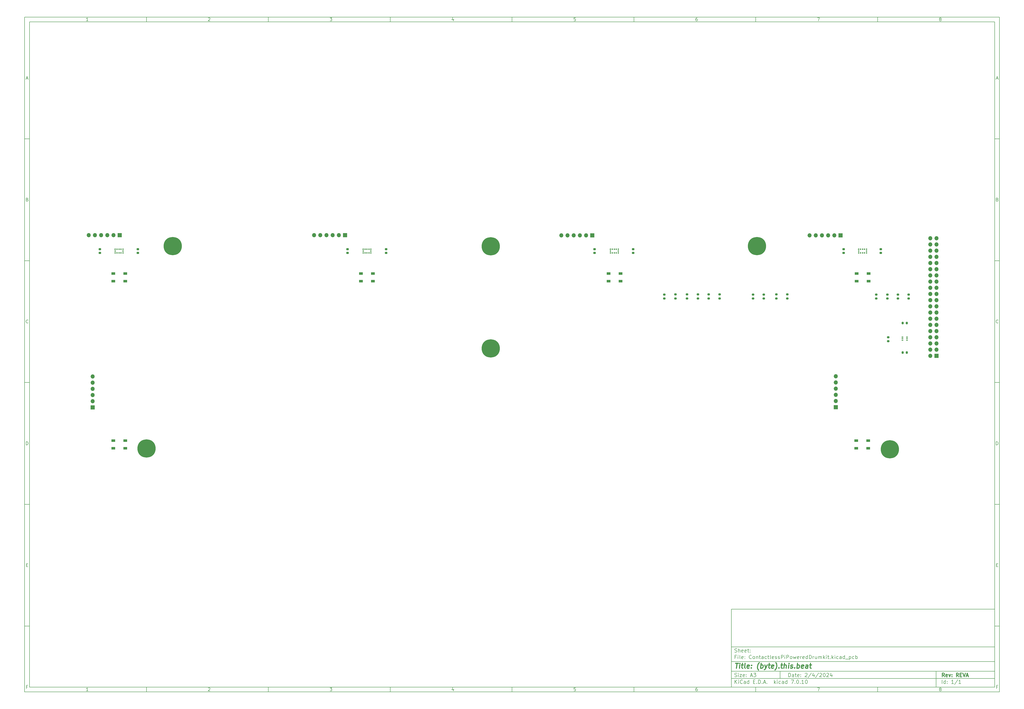
<source format=gbr>
%TF.GenerationSoftware,KiCad,Pcbnew,7.0.10*%
%TF.CreationDate,2024-02-06T20:08:39+00:00*%
%TF.ProjectId,ContactlessPiPoweredDrumkit,436f6e74-6163-4746-9c65-73735069506f,REVA*%
%TF.SameCoordinates,Original*%
%TF.FileFunction,Soldermask,Top*%
%TF.FilePolarity,Negative*%
%FSLAX46Y46*%
G04 Gerber Fmt 4.6, Leading zero omitted, Abs format (unit mm)*
G04 Created by KiCad (PCBNEW 7.0.10) date 2024-02-06 20:08:39*
%MOMM*%
%LPD*%
G01*
G04 APERTURE LIST*
G04 Aperture macros list*
%AMRoundRect*
0 Rectangle with rounded corners*
0 $1 Rounding radius*
0 $2 $3 $4 $5 $6 $7 $8 $9 X,Y pos of 4 corners*
0 Add a 4 corners polygon primitive as box body*
4,1,4,$2,$3,$4,$5,$6,$7,$8,$9,$2,$3,0*
0 Add four circle primitives for the rounded corners*
1,1,$1+$1,$2,$3*
1,1,$1+$1,$4,$5*
1,1,$1+$1,$6,$7*
1,1,$1+$1,$8,$9*
0 Add four rect primitives between the rounded corners*
20,1,$1+$1,$2,$3,$4,$5,0*
20,1,$1+$1,$4,$5,$6,$7,0*
20,1,$1+$1,$6,$7,$8,$9,0*
20,1,$1+$1,$8,$9,$2,$3,0*%
G04 Aperture macros list end*
%ADD10C,0.100000*%
%ADD11C,0.150000*%
%ADD12C,0.300000*%
%ADD13C,0.400000*%
%ADD14RoundRect,0.200000X-0.275000X0.200000X-0.275000X-0.200000X0.275000X-0.200000X0.275000X0.200000X0*%
%ADD15RoundRect,0.225000X-0.250000X0.225000X-0.250000X-0.225000X0.250000X-0.225000X0.250000X0.225000X0*%
%ADD16R,1.500000X1.000000*%
%ADD17R,1.700000X1.700000*%
%ADD18O,1.700000X1.700000*%
%ADD19C,4.700000*%
%ADD20C,7.500000*%
%ADD21RoundRect,0.062500X-0.127500X-0.062500X0.127500X-0.062500X0.127500X0.062500X-0.127500X0.062500X0*%
%ADD22RoundRect,0.125000X-0.125000X-0.125000X0.125000X-0.125000X0.125000X0.125000X-0.125000X0.125000X0*%
%ADD23RoundRect,0.200000X0.200000X0.275000X-0.200000X0.275000X-0.200000X-0.275000X0.200000X-0.275000X0*%
%ADD24RoundRect,0.225000X0.250000X-0.225000X0.250000X0.225000X-0.250000X0.225000X-0.250000X-0.225000X0*%
%ADD25R,0.650000X0.400000*%
G04 APERTURE END LIST*
D10*
D11*
X299989000Y-253002200D02*
X407989000Y-253002200D01*
X407989000Y-285002200D01*
X299989000Y-285002200D01*
X299989000Y-253002200D01*
D10*
D11*
X10000000Y-10000000D02*
X409989000Y-10000000D01*
X409989000Y-287002200D01*
X10000000Y-287002200D01*
X10000000Y-10000000D01*
D10*
D11*
X12000000Y-12000000D02*
X407989000Y-12000000D01*
X407989000Y-285002200D01*
X12000000Y-285002200D01*
X12000000Y-12000000D01*
D10*
D11*
X60000000Y-12000000D02*
X60000000Y-10000000D01*
D10*
D11*
X110000000Y-12000000D02*
X110000000Y-10000000D01*
D10*
D11*
X160000000Y-12000000D02*
X160000000Y-10000000D01*
D10*
D11*
X210000000Y-12000000D02*
X210000000Y-10000000D01*
D10*
D11*
X260000000Y-12000000D02*
X260000000Y-10000000D01*
D10*
D11*
X310000000Y-12000000D02*
X310000000Y-10000000D01*
D10*
D11*
X360000000Y-12000000D02*
X360000000Y-10000000D01*
D10*
D11*
X36089160Y-11593604D02*
X35346303Y-11593604D01*
X35717731Y-11593604D02*
X35717731Y-10293604D01*
X35717731Y-10293604D02*
X35593922Y-10479319D01*
X35593922Y-10479319D02*
X35470112Y-10603128D01*
X35470112Y-10603128D02*
X35346303Y-10665033D01*
D10*
D11*
X85346303Y-10417414D02*
X85408207Y-10355509D01*
X85408207Y-10355509D02*
X85532017Y-10293604D01*
X85532017Y-10293604D02*
X85841541Y-10293604D01*
X85841541Y-10293604D02*
X85965350Y-10355509D01*
X85965350Y-10355509D02*
X86027255Y-10417414D01*
X86027255Y-10417414D02*
X86089160Y-10541223D01*
X86089160Y-10541223D02*
X86089160Y-10665033D01*
X86089160Y-10665033D02*
X86027255Y-10850747D01*
X86027255Y-10850747D02*
X85284398Y-11593604D01*
X85284398Y-11593604D02*
X86089160Y-11593604D01*
D10*
D11*
X135284398Y-10293604D02*
X136089160Y-10293604D01*
X136089160Y-10293604D02*
X135655826Y-10788842D01*
X135655826Y-10788842D02*
X135841541Y-10788842D01*
X135841541Y-10788842D02*
X135965350Y-10850747D01*
X135965350Y-10850747D02*
X136027255Y-10912652D01*
X136027255Y-10912652D02*
X136089160Y-11036461D01*
X136089160Y-11036461D02*
X136089160Y-11345985D01*
X136089160Y-11345985D02*
X136027255Y-11469795D01*
X136027255Y-11469795D02*
X135965350Y-11531700D01*
X135965350Y-11531700D02*
X135841541Y-11593604D01*
X135841541Y-11593604D02*
X135470112Y-11593604D01*
X135470112Y-11593604D02*
X135346303Y-11531700D01*
X135346303Y-11531700D02*
X135284398Y-11469795D01*
D10*
D11*
X185965350Y-10726938D02*
X185965350Y-11593604D01*
X185655826Y-10231700D02*
X185346303Y-11160271D01*
X185346303Y-11160271D02*
X186151064Y-11160271D01*
D10*
D11*
X236027255Y-10293604D02*
X235408207Y-10293604D01*
X235408207Y-10293604D02*
X235346303Y-10912652D01*
X235346303Y-10912652D02*
X235408207Y-10850747D01*
X235408207Y-10850747D02*
X235532017Y-10788842D01*
X235532017Y-10788842D02*
X235841541Y-10788842D01*
X235841541Y-10788842D02*
X235965350Y-10850747D01*
X235965350Y-10850747D02*
X236027255Y-10912652D01*
X236027255Y-10912652D02*
X236089160Y-11036461D01*
X236089160Y-11036461D02*
X236089160Y-11345985D01*
X236089160Y-11345985D02*
X236027255Y-11469795D01*
X236027255Y-11469795D02*
X235965350Y-11531700D01*
X235965350Y-11531700D02*
X235841541Y-11593604D01*
X235841541Y-11593604D02*
X235532017Y-11593604D01*
X235532017Y-11593604D02*
X235408207Y-11531700D01*
X235408207Y-11531700D02*
X235346303Y-11469795D01*
D10*
D11*
X285965350Y-10293604D02*
X285717731Y-10293604D01*
X285717731Y-10293604D02*
X285593922Y-10355509D01*
X285593922Y-10355509D02*
X285532017Y-10417414D01*
X285532017Y-10417414D02*
X285408207Y-10603128D01*
X285408207Y-10603128D02*
X285346303Y-10850747D01*
X285346303Y-10850747D02*
X285346303Y-11345985D01*
X285346303Y-11345985D02*
X285408207Y-11469795D01*
X285408207Y-11469795D02*
X285470112Y-11531700D01*
X285470112Y-11531700D02*
X285593922Y-11593604D01*
X285593922Y-11593604D02*
X285841541Y-11593604D01*
X285841541Y-11593604D02*
X285965350Y-11531700D01*
X285965350Y-11531700D02*
X286027255Y-11469795D01*
X286027255Y-11469795D02*
X286089160Y-11345985D01*
X286089160Y-11345985D02*
X286089160Y-11036461D01*
X286089160Y-11036461D02*
X286027255Y-10912652D01*
X286027255Y-10912652D02*
X285965350Y-10850747D01*
X285965350Y-10850747D02*
X285841541Y-10788842D01*
X285841541Y-10788842D02*
X285593922Y-10788842D01*
X285593922Y-10788842D02*
X285470112Y-10850747D01*
X285470112Y-10850747D02*
X285408207Y-10912652D01*
X285408207Y-10912652D02*
X285346303Y-11036461D01*
D10*
D11*
X335284398Y-10293604D02*
X336151064Y-10293604D01*
X336151064Y-10293604D02*
X335593922Y-11593604D01*
D10*
D11*
X385593922Y-10850747D02*
X385470112Y-10788842D01*
X385470112Y-10788842D02*
X385408207Y-10726938D01*
X385408207Y-10726938D02*
X385346303Y-10603128D01*
X385346303Y-10603128D02*
X385346303Y-10541223D01*
X385346303Y-10541223D02*
X385408207Y-10417414D01*
X385408207Y-10417414D02*
X385470112Y-10355509D01*
X385470112Y-10355509D02*
X385593922Y-10293604D01*
X385593922Y-10293604D02*
X385841541Y-10293604D01*
X385841541Y-10293604D02*
X385965350Y-10355509D01*
X385965350Y-10355509D02*
X386027255Y-10417414D01*
X386027255Y-10417414D02*
X386089160Y-10541223D01*
X386089160Y-10541223D02*
X386089160Y-10603128D01*
X386089160Y-10603128D02*
X386027255Y-10726938D01*
X386027255Y-10726938D02*
X385965350Y-10788842D01*
X385965350Y-10788842D02*
X385841541Y-10850747D01*
X385841541Y-10850747D02*
X385593922Y-10850747D01*
X385593922Y-10850747D02*
X385470112Y-10912652D01*
X385470112Y-10912652D02*
X385408207Y-10974557D01*
X385408207Y-10974557D02*
X385346303Y-11098366D01*
X385346303Y-11098366D02*
X385346303Y-11345985D01*
X385346303Y-11345985D02*
X385408207Y-11469795D01*
X385408207Y-11469795D02*
X385470112Y-11531700D01*
X385470112Y-11531700D02*
X385593922Y-11593604D01*
X385593922Y-11593604D02*
X385841541Y-11593604D01*
X385841541Y-11593604D02*
X385965350Y-11531700D01*
X385965350Y-11531700D02*
X386027255Y-11469795D01*
X386027255Y-11469795D02*
X386089160Y-11345985D01*
X386089160Y-11345985D02*
X386089160Y-11098366D01*
X386089160Y-11098366D02*
X386027255Y-10974557D01*
X386027255Y-10974557D02*
X385965350Y-10912652D01*
X385965350Y-10912652D02*
X385841541Y-10850747D01*
D10*
D11*
X60000000Y-285002200D02*
X60000000Y-287002200D01*
D10*
D11*
X110000000Y-285002200D02*
X110000000Y-287002200D01*
D10*
D11*
X160000000Y-285002200D02*
X160000000Y-287002200D01*
D10*
D11*
X210000000Y-285002200D02*
X210000000Y-287002200D01*
D10*
D11*
X260000000Y-285002200D02*
X260000000Y-287002200D01*
D10*
D11*
X310000000Y-285002200D02*
X310000000Y-287002200D01*
D10*
D11*
X360000000Y-285002200D02*
X360000000Y-287002200D01*
D10*
D11*
X36089160Y-286595804D02*
X35346303Y-286595804D01*
X35717731Y-286595804D02*
X35717731Y-285295804D01*
X35717731Y-285295804D02*
X35593922Y-285481519D01*
X35593922Y-285481519D02*
X35470112Y-285605328D01*
X35470112Y-285605328D02*
X35346303Y-285667233D01*
D10*
D11*
X85346303Y-285419614D02*
X85408207Y-285357709D01*
X85408207Y-285357709D02*
X85532017Y-285295804D01*
X85532017Y-285295804D02*
X85841541Y-285295804D01*
X85841541Y-285295804D02*
X85965350Y-285357709D01*
X85965350Y-285357709D02*
X86027255Y-285419614D01*
X86027255Y-285419614D02*
X86089160Y-285543423D01*
X86089160Y-285543423D02*
X86089160Y-285667233D01*
X86089160Y-285667233D02*
X86027255Y-285852947D01*
X86027255Y-285852947D02*
X85284398Y-286595804D01*
X85284398Y-286595804D02*
X86089160Y-286595804D01*
D10*
D11*
X135284398Y-285295804D02*
X136089160Y-285295804D01*
X136089160Y-285295804D02*
X135655826Y-285791042D01*
X135655826Y-285791042D02*
X135841541Y-285791042D01*
X135841541Y-285791042D02*
X135965350Y-285852947D01*
X135965350Y-285852947D02*
X136027255Y-285914852D01*
X136027255Y-285914852D02*
X136089160Y-286038661D01*
X136089160Y-286038661D02*
X136089160Y-286348185D01*
X136089160Y-286348185D02*
X136027255Y-286471995D01*
X136027255Y-286471995D02*
X135965350Y-286533900D01*
X135965350Y-286533900D02*
X135841541Y-286595804D01*
X135841541Y-286595804D02*
X135470112Y-286595804D01*
X135470112Y-286595804D02*
X135346303Y-286533900D01*
X135346303Y-286533900D02*
X135284398Y-286471995D01*
D10*
D11*
X185965350Y-285729138D02*
X185965350Y-286595804D01*
X185655826Y-285233900D02*
X185346303Y-286162471D01*
X185346303Y-286162471D02*
X186151064Y-286162471D01*
D10*
D11*
X236027255Y-285295804D02*
X235408207Y-285295804D01*
X235408207Y-285295804D02*
X235346303Y-285914852D01*
X235346303Y-285914852D02*
X235408207Y-285852947D01*
X235408207Y-285852947D02*
X235532017Y-285791042D01*
X235532017Y-285791042D02*
X235841541Y-285791042D01*
X235841541Y-285791042D02*
X235965350Y-285852947D01*
X235965350Y-285852947D02*
X236027255Y-285914852D01*
X236027255Y-285914852D02*
X236089160Y-286038661D01*
X236089160Y-286038661D02*
X236089160Y-286348185D01*
X236089160Y-286348185D02*
X236027255Y-286471995D01*
X236027255Y-286471995D02*
X235965350Y-286533900D01*
X235965350Y-286533900D02*
X235841541Y-286595804D01*
X235841541Y-286595804D02*
X235532017Y-286595804D01*
X235532017Y-286595804D02*
X235408207Y-286533900D01*
X235408207Y-286533900D02*
X235346303Y-286471995D01*
D10*
D11*
X285965350Y-285295804D02*
X285717731Y-285295804D01*
X285717731Y-285295804D02*
X285593922Y-285357709D01*
X285593922Y-285357709D02*
X285532017Y-285419614D01*
X285532017Y-285419614D02*
X285408207Y-285605328D01*
X285408207Y-285605328D02*
X285346303Y-285852947D01*
X285346303Y-285852947D02*
X285346303Y-286348185D01*
X285346303Y-286348185D02*
X285408207Y-286471995D01*
X285408207Y-286471995D02*
X285470112Y-286533900D01*
X285470112Y-286533900D02*
X285593922Y-286595804D01*
X285593922Y-286595804D02*
X285841541Y-286595804D01*
X285841541Y-286595804D02*
X285965350Y-286533900D01*
X285965350Y-286533900D02*
X286027255Y-286471995D01*
X286027255Y-286471995D02*
X286089160Y-286348185D01*
X286089160Y-286348185D02*
X286089160Y-286038661D01*
X286089160Y-286038661D02*
X286027255Y-285914852D01*
X286027255Y-285914852D02*
X285965350Y-285852947D01*
X285965350Y-285852947D02*
X285841541Y-285791042D01*
X285841541Y-285791042D02*
X285593922Y-285791042D01*
X285593922Y-285791042D02*
X285470112Y-285852947D01*
X285470112Y-285852947D02*
X285408207Y-285914852D01*
X285408207Y-285914852D02*
X285346303Y-286038661D01*
D10*
D11*
X335284398Y-285295804D02*
X336151064Y-285295804D01*
X336151064Y-285295804D02*
X335593922Y-286595804D01*
D10*
D11*
X385593922Y-285852947D02*
X385470112Y-285791042D01*
X385470112Y-285791042D02*
X385408207Y-285729138D01*
X385408207Y-285729138D02*
X385346303Y-285605328D01*
X385346303Y-285605328D02*
X385346303Y-285543423D01*
X385346303Y-285543423D02*
X385408207Y-285419614D01*
X385408207Y-285419614D02*
X385470112Y-285357709D01*
X385470112Y-285357709D02*
X385593922Y-285295804D01*
X385593922Y-285295804D02*
X385841541Y-285295804D01*
X385841541Y-285295804D02*
X385965350Y-285357709D01*
X385965350Y-285357709D02*
X386027255Y-285419614D01*
X386027255Y-285419614D02*
X386089160Y-285543423D01*
X386089160Y-285543423D02*
X386089160Y-285605328D01*
X386089160Y-285605328D02*
X386027255Y-285729138D01*
X386027255Y-285729138D02*
X385965350Y-285791042D01*
X385965350Y-285791042D02*
X385841541Y-285852947D01*
X385841541Y-285852947D02*
X385593922Y-285852947D01*
X385593922Y-285852947D02*
X385470112Y-285914852D01*
X385470112Y-285914852D02*
X385408207Y-285976757D01*
X385408207Y-285976757D02*
X385346303Y-286100566D01*
X385346303Y-286100566D02*
X385346303Y-286348185D01*
X385346303Y-286348185D02*
X385408207Y-286471995D01*
X385408207Y-286471995D02*
X385470112Y-286533900D01*
X385470112Y-286533900D02*
X385593922Y-286595804D01*
X385593922Y-286595804D02*
X385841541Y-286595804D01*
X385841541Y-286595804D02*
X385965350Y-286533900D01*
X385965350Y-286533900D02*
X386027255Y-286471995D01*
X386027255Y-286471995D02*
X386089160Y-286348185D01*
X386089160Y-286348185D02*
X386089160Y-286100566D01*
X386089160Y-286100566D02*
X386027255Y-285976757D01*
X386027255Y-285976757D02*
X385965350Y-285914852D01*
X385965350Y-285914852D02*
X385841541Y-285852947D01*
D10*
D11*
X10000000Y-60000000D02*
X12000000Y-60000000D01*
D10*
D11*
X10000000Y-110000000D02*
X12000000Y-110000000D01*
D10*
D11*
X10000000Y-160000000D02*
X12000000Y-160000000D01*
D10*
D11*
X10000000Y-210000000D02*
X12000000Y-210000000D01*
D10*
D11*
X10000000Y-260000000D02*
X12000000Y-260000000D01*
D10*
D11*
X10690476Y-35222176D02*
X11309523Y-35222176D01*
X10566666Y-35593604D02*
X10999999Y-34293604D01*
X10999999Y-34293604D02*
X11433333Y-35593604D01*
D10*
D11*
X11092857Y-84912652D02*
X11278571Y-84974557D01*
X11278571Y-84974557D02*
X11340476Y-85036461D01*
X11340476Y-85036461D02*
X11402380Y-85160271D01*
X11402380Y-85160271D02*
X11402380Y-85345985D01*
X11402380Y-85345985D02*
X11340476Y-85469795D01*
X11340476Y-85469795D02*
X11278571Y-85531700D01*
X11278571Y-85531700D02*
X11154761Y-85593604D01*
X11154761Y-85593604D02*
X10659523Y-85593604D01*
X10659523Y-85593604D02*
X10659523Y-84293604D01*
X10659523Y-84293604D02*
X11092857Y-84293604D01*
X11092857Y-84293604D02*
X11216666Y-84355509D01*
X11216666Y-84355509D02*
X11278571Y-84417414D01*
X11278571Y-84417414D02*
X11340476Y-84541223D01*
X11340476Y-84541223D02*
X11340476Y-84665033D01*
X11340476Y-84665033D02*
X11278571Y-84788842D01*
X11278571Y-84788842D02*
X11216666Y-84850747D01*
X11216666Y-84850747D02*
X11092857Y-84912652D01*
X11092857Y-84912652D02*
X10659523Y-84912652D01*
D10*
D11*
X11402380Y-135469795D02*
X11340476Y-135531700D01*
X11340476Y-135531700D02*
X11154761Y-135593604D01*
X11154761Y-135593604D02*
X11030952Y-135593604D01*
X11030952Y-135593604D02*
X10845238Y-135531700D01*
X10845238Y-135531700D02*
X10721428Y-135407890D01*
X10721428Y-135407890D02*
X10659523Y-135284080D01*
X10659523Y-135284080D02*
X10597619Y-135036461D01*
X10597619Y-135036461D02*
X10597619Y-134850747D01*
X10597619Y-134850747D02*
X10659523Y-134603128D01*
X10659523Y-134603128D02*
X10721428Y-134479319D01*
X10721428Y-134479319D02*
X10845238Y-134355509D01*
X10845238Y-134355509D02*
X11030952Y-134293604D01*
X11030952Y-134293604D02*
X11154761Y-134293604D01*
X11154761Y-134293604D02*
X11340476Y-134355509D01*
X11340476Y-134355509D02*
X11402380Y-134417414D01*
D10*
D11*
X10659523Y-185593604D02*
X10659523Y-184293604D01*
X10659523Y-184293604D02*
X10969047Y-184293604D01*
X10969047Y-184293604D02*
X11154761Y-184355509D01*
X11154761Y-184355509D02*
X11278571Y-184479319D01*
X11278571Y-184479319D02*
X11340476Y-184603128D01*
X11340476Y-184603128D02*
X11402380Y-184850747D01*
X11402380Y-184850747D02*
X11402380Y-185036461D01*
X11402380Y-185036461D02*
X11340476Y-185284080D01*
X11340476Y-185284080D02*
X11278571Y-185407890D01*
X11278571Y-185407890D02*
X11154761Y-185531700D01*
X11154761Y-185531700D02*
X10969047Y-185593604D01*
X10969047Y-185593604D02*
X10659523Y-185593604D01*
D10*
D11*
X10721428Y-234912652D02*
X11154762Y-234912652D01*
X11340476Y-235593604D02*
X10721428Y-235593604D01*
X10721428Y-235593604D02*
X10721428Y-234293604D01*
X10721428Y-234293604D02*
X11340476Y-234293604D01*
D10*
D11*
X11185714Y-284912652D02*
X10752380Y-284912652D01*
X10752380Y-285593604D02*
X10752380Y-284293604D01*
X10752380Y-284293604D02*
X11371428Y-284293604D01*
D10*
D11*
X409989000Y-60000000D02*
X407989000Y-60000000D01*
D10*
D11*
X409989000Y-110000000D02*
X407989000Y-110000000D01*
D10*
D11*
X409989000Y-160000000D02*
X407989000Y-160000000D01*
D10*
D11*
X409989000Y-210000000D02*
X407989000Y-210000000D01*
D10*
D11*
X409989000Y-260000000D02*
X407989000Y-260000000D01*
D10*
D11*
X408679476Y-35222176D02*
X409298523Y-35222176D01*
X408555666Y-35593604D02*
X408988999Y-34293604D01*
X408988999Y-34293604D02*
X409422333Y-35593604D01*
D10*
D11*
X409081857Y-84912652D02*
X409267571Y-84974557D01*
X409267571Y-84974557D02*
X409329476Y-85036461D01*
X409329476Y-85036461D02*
X409391380Y-85160271D01*
X409391380Y-85160271D02*
X409391380Y-85345985D01*
X409391380Y-85345985D02*
X409329476Y-85469795D01*
X409329476Y-85469795D02*
X409267571Y-85531700D01*
X409267571Y-85531700D02*
X409143761Y-85593604D01*
X409143761Y-85593604D02*
X408648523Y-85593604D01*
X408648523Y-85593604D02*
X408648523Y-84293604D01*
X408648523Y-84293604D02*
X409081857Y-84293604D01*
X409081857Y-84293604D02*
X409205666Y-84355509D01*
X409205666Y-84355509D02*
X409267571Y-84417414D01*
X409267571Y-84417414D02*
X409329476Y-84541223D01*
X409329476Y-84541223D02*
X409329476Y-84665033D01*
X409329476Y-84665033D02*
X409267571Y-84788842D01*
X409267571Y-84788842D02*
X409205666Y-84850747D01*
X409205666Y-84850747D02*
X409081857Y-84912652D01*
X409081857Y-84912652D02*
X408648523Y-84912652D01*
D10*
D11*
X409391380Y-135469795D02*
X409329476Y-135531700D01*
X409329476Y-135531700D02*
X409143761Y-135593604D01*
X409143761Y-135593604D02*
X409019952Y-135593604D01*
X409019952Y-135593604D02*
X408834238Y-135531700D01*
X408834238Y-135531700D02*
X408710428Y-135407890D01*
X408710428Y-135407890D02*
X408648523Y-135284080D01*
X408648523Y-135284080D02*
X408586619Y-135036461D01*
X408586619Y-135036461D02*
X408586619Y-134850747D01*
X408586619Y-134850747D02*
X408648523Y-134603128D01*
X408648523Y-134603128D02*
X408710428Y-134479319D01*
X408710428Y-134479319D02*
X408834238Y-134355509D01*
X408834238Y-134355509D02*
X409019952Y-134293604D01*
X409019952Y-134293604D02*
X409143761Y-134293604D01*
X409143761Y-134293604D02*
X409329476Y-134355509D01*
X409329476Y-134355509D02*
X409391380Y-134417414D01*
D10*
D11*
X408648523Y-185593604D02*
X408648523Y-184293604D01*
X408648523Y-184293604D02*
X408958047Y-184293604D01*
X408958047Y-184293604D02*
X409143761Y-184355509D01*
X409143761Y-184355509D02*
X409267571Y-184479319D01*
X409267571Y-184479319D02*
X409329476Y-184603128D01*
X409329476Y-184603128D02*
X409391380Y-184850747D01*
X409391380Y-184850747D02*
X409391380Y-185036461D01*
X409391380Y-185036461D02*
X409329476Y-185284080D01*
X409329476Y-185284080D02*
X409267571Y-185407890D01*
X409267571Y-185407890D02*
X409143761Y-185531700D01*
X409143761Y-185531700D02*
X408958047Y-185593604D01*
X408958047Y-185593604D02*
X408648523Y-185593604D01*
D10*
D11*
X408710428Y-234912652D02*
X409143762Y-234912652D01*
X409329476Y-235593604D02*
X408710428Y-235593604D01*
X408710428Y-235593604D02*
X408710428Y-234293604D01*
X408710428Y-234293604D02*
X409329476Y-234293604D01*
D10*
D11*
X409174714Y-284912652D02*
X408741380Y-284912652D01*
X408741380Y-285593604D02*
X408741380Y-284293604D01*
X408741380Y-284293604D02*
X409360428Y-284293604D01*
D10*
D11*
X323444826Y-280788328D02*
X323444826Y-279288328D01*
X323444826Y-279288328D02*
X323801969Y-279288328D01*
X323801969Y-279288328D02*
X324016255Y-279359757D01*
X324016255Y-279359757D02*
X324159112Y-279502614D01*
X324159112Y-279502614D02*
X324230541Y-279645471D01*
X324230541Y-279645471D02*
X324301969Y-279931185D01*
X324301969Y-279931185D02*
X324301969Y-280145471D01*
X324301969Y-280145471D02*
X324230541Y-280431185D01*
X324230541Y-280431185D02*
X324159112Y-280574042D01*
X324159112Y-280574042D02*
X324016255Y-280716900D01*
X324016255Y-280716900D02*
X323801969Y-280788328D01*
X323801969Y-280788328D02*
X323444826Y-280788328D01*
X325587684Y-280788328D02*
X325587684Y-280002614D01*
X325587684Y-280002614D02*
X325516255Y-279859757D01*
X325516255Y-279859757D02*
X325373398Y-279788328D01*
X325373398Y-279788328D02*
X325087684Y-279788328D01*
X325087684Y-279788328D02*
X324944826Y-279859757D01*
X325587684Y-280716900D02*
X325444826Y-280788328D01*
X325444826Y-280788328D02*
X325087684Y-280788328D01*
X325087684Y-280788328D02*
X324944826Y-280716900D01*
X324944826Y-280716900D02*
X324873398Y-280574042D01*
X324873398Y-280574042D02*
X324873398Y-280431185D01*
X324873398Y-280431185D02*
X324944826Y-280288328D01*
X324944826Y-280288328D02*
X325087684Y-280216900D01*
X325087684Y-280216900D02*
X325444826Y-280216900D01*
X325444826Y-280216900D02*
X325587684Y-280145471D01*
X326087684Y-279788328D02*
X326659112Y-279788328D01*
X326301969Y-279288328D02*
X326301969Y-280574042D01*
X326301969Y-280574042D02*
X326373398Y-280716900D01*
X326373398Y-280716900D02*
X326516255Y-280788328D01*
X326516255Y-280788328D02*
X326659112Y-280788328D01*
X327730541Y-280716900D02*
X327587684Y-280788328D01*
X327587684Y-280788328D02*
X327301970Y-280788328D01*
X327301970Y-280788328D02*
X327159112Y-280716900D01*
X327159112Y-280716900D02*
X327087684Y-280574042D01*
X327087684Y-280574042D02*
X327087684Y-280002614D01*
X327087684Y-280002614D02*
X327159112Y-279859757D01*
X327159112Y-279859757D02*
X327301970Y-279788328D01*
X327301970Y-279788328D02*
X327587684Y-279788328D01*
X327587684Y-279788328D02*
X327730541Y-279859757D01*
X327730541Y-279859757D02*
X327801970Y-280002614D01*
X327801970Y-280002614D02*
X327801970Y-280145471D01*
X327801970Y-280145471D02*
X327087684Y-280288328D01*
X328444826Y-280645471D02*
X328516255Y-280716900D01*
X328516255Y-280716900D02*
X328444826Y-280788328D01*
X328444826Y-280788328D02*
X328373398Y-280716900D01*
X328373398Y-280716900D02*
X328444826Y-280645471D01*
X328444826Y-280645471D02*
X328444826Y-280788328D01*
X328444826Y-279859757D02*
X328516255Y-279931185D01*
X328516255Y-279931185D02*
X328444826Y-280002614D01*
X328444826Y-280002614D02*
X328373398Y-279931185D01*
X328373398Y-279931185D02*
X328444826Y-279859757D01*
X328444826Y-279859757D02*
X328444826Y-280002614D01*
X330230541Y-279431185D02*
X330301969Y-279359757D01*
X330301969Y-279359757D02*
X330444827Y-279288328D01*
X330444827Y-279288328D02*
X330801969Y-279288328D01*
X330801969Y-279288328D02*
X330944827Y-279359757D01*
X330944827Y-279359757D02*
X331016255Y-279431185D01*
X331016255Y-279431185D02*
X331087684Y-279574042D01*
X331087684Y-279574042D02*
X331087684Y-279716900D01*
X331087684Y-279716900D02*
X331016255Y-279931185D01*
X331016255Y-279931185D02*
X330159112Y-280788328D01*
X330159112Y-280788328D02*
X331087684Y-280788328D01*
X332801969Y-279216900D02*
X331516255Y-281145471D01*
X333944827Y-279788328D02*
X333944827Y-280788328D01*
X333587684Y-279216900D02*
X333230541Y-280288328D01*
X333230541Y-280288328D02*
X334159112Y-280288328D01*
X335801969Y-279216900D02*
X334516255Y-281145471D01*
X336230541Y-279431185D02*
X336301969Y-279359757D01*
X336301969Y-279359757D02*
X336444827Y-279288328D01*
X336444827Y-279288328D02*
X336801969Y-279288328D01*
X336801969Y-279288328D02*
X336944827Y-279359757D01*
X336944827Y-279359757D02*
X337016255Y-279431185D01*
X337016255Y-279431185D02*
X337087684Y-279574042D01*
X337087684Y-279574042D02*
X337087684Y-279716900D01*
X337087684Y-279716900D02*
X337016255Y-279931185D01*
X337016255Y-279931185D02*
X336159112Y-280788328D01*
X336159112Y-280788328D02*
X337087684Y-280788328D01*
X338016255Y-279288328D02*
X338159112Y-279288328D01*
X338159112Y-279288328D02*
X338301969Y-279359757D01*
X338301969Y-279359757D02*
X338373398Y-279431185D01*
X338373398Y-279431185D02*
X338444826Y-279574042D01*
X338444826Y-279574042D02*
X338516255Y-279859757D01*
X338516255Y-279859757D02*
X338516255Y-280216900D01*
X338516255Y-280216900D02*
X338444826Y-280502614D01*
X338444826Y-280502614D02*
X338373398Y-280645471D01*
X338373398Y-280645471D02*
X338301969Y-280716900D01*
X338301969Y-280716900D02*
X338159112Y-280788328D01*
X338159112Y-280788328D02*
X338016255Y-280788328D01*
X338016255Y-280788328D02*
X337873398Y-280716900D01*
X337873398Y-280716900D02*
X337801969Y-280645471D01*
X337801969Y-280645471D02*
X337730540Y-280502614D01*
X337730540Y-280502614D02*
X337659112Y-280216900D01*
X337659112Y-280216900D02*
X337659112Y-279859757D01*
X337659112Y-279859757D02*
X337730540Y-279574042D01*
X337730540Y-279574042D02*
X337801969Y-279431185D01*
X337801969Y-279431185D02*
X337873398Y-279359757D01*
X337873398Y-279359757D02*
X338016255Y-279288328D01*
X339087683Y-279431185D02*
X339159111Y-279359757D01*
X339159111Y-279359757D02*
X339301969Y-279288328D01*
X339301969Y-279288328D02*
X339659111Y-279288328D01*
X339659111Y-279288328D02*
X339801969Y-279359757D01*
X339801969Y-279359757D02*
X339873397Y-279431185D01*
X339873397Y-279431185D02*
X339944826Y-279574042D01*
X339944826Y-279574042D02*
X339944826Y-279716900D01*
X339944826Y-279716900D02*
X339873397Y-279931185D01*
X339873397Y-279931185D02*
X339016254Y-280788328D01*
X339016254Y-280788328D02*
X339944826Y-280788328D01*
X341230540Y-279788328D02*
X341230540Y-280788328D01*
X340873397Y-279216900D02*
X340516254Y-280288328D01*
X340516254Y-280288328D02*
X341444825Y-280288328D01*
D10*
D11*
X299989000Y-281502200D02*
X407989000Y-281502200D01*
D10*
D11*
X301444826Y-283588328D02*
X301444826Y-282088328D01*
X302301969Y-283588328D02*
X301659112Y-282731185D01*
X302301969Y-282088328D02*
X301444826Y-282945471D01*
X302944826Y-283588328D02*
X302944826Y-282588328D01*
X302944826Y-282088328D02*
X302873398Y-282159757D01*
X302873398Y-282159757D02*
X302944826Y-282231185D01*
X302944826Y-282231185D02*
X303016255Y-282159757D01*
X303016255Y-282159757D02*
X302944826Y-282088328D01*
X302944826Y-282088328D02*
X302944826Y-282231185D01*
X304516255Y-283445471D02*
X304444827Y-283516900D01*
X304444827Y-283516900D02*
X304230541Y-283588328D01*
X304230541Y-283588328D02*
X304087684Y-283588328D01*
X304087684Y-283588328D02*
X303873398Y-283516900D01*
X303873398Y-283516900D02*
X303730541Y-283374042D01*
X303730541Y-283374042D02*
X303659112Y-283231185D01*
X303659112Y-283231185D02*
X303587684Y-282945471D01*
X303587684Y-282945471D02*
X303587684Y-282731185D01*
X303587684Y-282731185D02*
X303659112Y-282445471D01*
X303659112Y-282445471D02*
X303730541Y-282302614D01*
X303730541Y-282302614D02*
X303873398Y-282159757D01*
X303873398Y-282159757D02*
X304087684Y-282088328D01*
X304087684Y-282088328D02*
X304230541Y-282088328D01*
X304230541Y-282088328D02*
X304444827Y-282159757D01*
X304444827Y-282159757D02*
X304516255Y-282231185D01*
X305801970Y-283588328D02*
X305801970Y-282802614D01*
X305801970Y-282802614D02*
X305730541Y-282659757D01*
X305730541Y-282659757D02*
X305587684Y-282588328D01*
X305587684Y-282588328D02*
X305301970Y-282588328D01*
X305301970Y-282588328D02*
X305159112Y-282659757D01*
X305801970Y-283516900D02*
X305659112Y-283588328D01*
X305659112Y-283588328D02*
X305301970Y-283588328D01*
X305301970Y-283588328D02*
X305159112Y-283516900D01*
X305159112Y-283516900D02*
X305087684Y-283374042D01*
X305087684Y-283374042D02*
X305087684Y-283231185D01*
X305087684Y-283231185D02*
X305159112Y-283088328D01*
X305159112Y-283088328D02*
X305301970Y-283016900D01*
X305301970Y-283016900D02*
X305659112Y-283016900D01*
X305659112Y-283016900D02*
X305801970Y-282945471D01*
X307159113Y-283588328D02*
X307159113Y-282088328D01*
X307159113Y-283516900D02*
X307016255Y-283588328D01*
X307016255Y-283588328D02*
X306730541Y-283588328D01*
X306730541Y-283588328D02*
X306587684Y-283516900D01*
X306587684Y-283516900D02*
X306516255Y-283445471D01*
X306516255Y-283445471D02*
X306444827Y-283302614D01*
X306444827Y-283302614D02*
X306444827Y-282874042D01*
X306444827Y-282874042D02*
X306516255Y-282731185D01*
X306516255Y-282731185D02*
X306587684Y-282659757D01*
X306587684Y-282659757D02*
X306730541Y-282588328D01*
X306730541Y-282588328D02*
X307016255Y-282588328D01*
X307016255Y-282588328D02*
X307159113Y-282659757D01*
X309016255Y-282802614D02*
X309516255Y-282802614D01*
X309730541Y-283588328D02*
X309016255Y-283588328D01*
X309016255Y-283588328D02*
X309016255Y-282088328D01*
X309016255Y-282088328D02*
X309730541Y-282088328D01*
X310373398Y-283445471D02*
X310444827Y-283516900D01*
X310444827Y-283516900D02*
X310373398Y-283588328D01*
X310373398Y-283588328D02*
X310301970Y-283516900D01*
X310301970Y-283516900D02*
X310373398Y-283445471D01*
X310373398Y-283445471D02*
X310373398Y-283588328D01*
X311087684Y-283588328D02*
X311087684Y-282088328D01*
X311087684Y-282088328D02*
X311444827Y-282088328D01*
X311444827Y-282088328D02*
X311659113Y-282159757D01*
X311659113Y-282159757D02*
X311801970Y-282302614D01*
X311801970Y-282302614D02*
X311873399Y-282445471D01*
X311873399Y-282445471D02*
X311944827Y-282731185D01*
X311944827Y-282731185D02*
X311944827Y-282945471D01*
X311944827Y-282945471D02*
X311873399Y-283231185D01*
X311873399Y-283231185D02*
X311801970Y-283374042D01*
X311801970Y-283374042D02*
X311659113Y-283516900D01*
X311659113Y-283516900D02*
X311444827Y-283588328D01*
X311444827Y-283588328D02*
X311087684Y-283588328D01*
X312587684Y-283445471D02*
X312659113Y-283516900D01*
X312659113Y-283516900D02*
X312587684Y-283588328D01*
X312587684Y-283588328D02*
X312516256Y-283516900D01*
X312516256Y-283516900D02*
X312587684Y-283445471D01*
X312587684Y-283445471D02*
X312587684Y-283588328D01*
X313230542Y-283159757D02*
X313944828Y-283159757D01*
X313087685Y-283588328D02*
X313587685Y-282088328D01*
X313587685Y-282088328D02*
X314087685Y-283588328D01*
X314587684Y-283445471D02*
X314659113Y-283516900D01*
X314659113Y-283516900D02*
X314587684Y-283588328D01*
X314587684Y-283588328D02*
X314516256Y-283516900D01*
X314516256Y-283516900D02*
X314587684Y-283445471D01*
X314587684Y-283445471D02*
X314587684Y-283588328D01*
X317587684Y-283588328D02*
X317587684Y-282088328D01*
X317730542Y-283016900D02*
X318159113Y-283588328D01*
X318159113Y-282588328D02*
X317587684Y-283159757D01*
X318801970Y-283588328D02*
X318801970Y-282588328D01*
X318801970Y-282088328D02*
X318730542Y-282159757D01*
X318730542Y-282159757D02*
X318801970Y-282231185D01*
X318801970Y-282231185D02*
X318873399Y-282159757D01*
X318873399Y-282159757D02*
X318801970Y-282088328D01*
X318801970Y-282088328D02*
X318801970Y-282231185D01*
X320159114Y-283516900D02*
X320016256Y-283588328D01*
X320016256Y-283588328D02*
X319730542Y-283588328D01*
X319730542Y-283588328D02*
X319587685Y-283516900D01*
X319587685Y-283516900D02*
X319516256Y-283445471D01*
X319516256Y-283445471D02*
X319444828Y-283302614D01*
X319444828Y-283302614D02*
X319444828Y-282874042D01*
X319444828Y-282874042D02*
X319516256Y-282731185D01*
X319516256Y-282731185D02*
X319587685Y-282659757D01*
X319587685Y-282659757D02*
X319730542Y-282588328D01*
X319730542Y-282588328D02*
X320016256Y-282588328D01*
X320016256Y-282588328D02*
X320159114Y-282659757D01*
X321444828Y-283588328D02*
X321444828Y-282802614D01*
X321444828Y-282802614D02*
X321373399Y-282659757D01*
X321373399Y-282659757D02*
X321230542Y-282588328D01*
X321230542Y-282588328D02*
X320944828Y-282588328D01*
X320944828Y-282588328D02*
X320801970Y-282659757D01*
X321444828Y-283516900D02*
X321301970Y-283588328D01*
X321301970Y-283588328D02*
X320944828Y-283588328D01*
X320944828Y-283588328D02*
X320801970Y-283516900D01*
X320801970Y-283516900D02*
X320730542Y-283374042D01*
X320730542Y-283374042D02*
X320730542Y-283231185D01*
X320730542Y-283231185D02*
X320801970Y-283088328D01*
X320801970Y-283088328D02*
X320944828Y-283016900D01*
X320944828Y-283016900D02*
X321301970Y-283016900D01*
X321301970Y-283016900D02*
X321444828Y-282945471D01*
X322801971Y-283588328D02*
X322801971Y-282088328D01*
X322801971Y-283516900D02*
X322659113Y-283588328D01*
X322659113Y-283588328D02*
X322373399Y-283588328D01*
X322373399Y-283588328D02*
X322230542Y-283516900D01*
X322230542Y-283516900D02*
X322159113Y-283445471D01*
X322159113Y-283445471D02*
X322087685Y-283302614D01*
X322087685Y-283302614D02*
X322087685Y-282874042D01*
X322087685Y-282874042D02*
X322159113Y-282731185D01*
X322159113Y-282731185D02*
X322230542Y-282659757D01*
X322230542Y-282659757D02*
X322373399Y-282588328D01*
X322373399Y-282588328D02*
X322659113Y-282588328D01*
X322659113Y-282588328D02*
X322801971Y-282659757D01*
X324516256Y-282088328D02*
X325516256Y-282088328D01*
X325516256Y-282088328D02*
X324873399Y-283588328D01*
X326087684Y-283445471D02*
X326159113Y-283516900D01*
X326159113Y-283516900D02*
X326087684Y-283588328D01*
X326087684Y-283588328D02*
X326016256Y-283516900D01*
X326016256Y-283516900D02*
X326087684Y-283445471D01*
X326087684Y-283445471D02*
X326087684Y-283588328D01*
X327087685Y-282088328D02*
X327230542Y-282088328D01*
X327230542Y-282088328D02*
X327373399Y-282159757D01*
X327373399Y-282159757D02*
X327444828Y-282231185D01*
X327444828Y-282231185D02*
X327516256Y-282374042D01*
X327516256Y-282374042D02*
X327587685Y-282659757D01*
X327587685Y-282659757D02*
X327587685Y-283016900D01*
X327587685Y-283016900D02*
X327516256Y-283302614D01*
X327516256Y-283302614D02*
X327444828Y-283445471D01*
X327444828Y-283445471D02*
X327373399Y-283516900D01*
X327373399Y-283516900D02*
X327230542Y-283588328D01*
X327230542Y-283588328D02*
X327087685Y-283588328D01*
X327087685Y-283588328D02*
X326944828Y-283516900D01*
X326944828Y-283516900D02*
X326873399Y-283445471D01*
X326873399Y-283445471D02*
X326801970Y-283302614D01*
X326801970Y-283302614D02*
X326730542Y-283016900D01*
X326730542Y-283016900D02*
X326730542Y-282659757D01*
X326730542Y-282659757D02*
X326801970Y-282374042D01*
X326801970Y-282374042D02*
X326873399Y-282231185D01*
X326873399Y-282231185D02*
X326944828Y-282159757D01*
X326944828Y-282159757D02*
X327087685Y-282088328D01*
X328230541Y-283445471D02*
X328301970Y-283516900D01*
X328301970Y-283516900D02*
X328230541Y-283588328D01*
X328230541Y-283588328D02*
X328159113Y-283516900D01*
X328159113Y-283516900D02*
X328230541Y-283445471D01*
X328230541Y-283445471D02*
X328230541Y-283588328D01*
X329730542Y-283588328D02*
X328873399Y-283588328D01*
X329301970Y-283588328D02*
X329301970Y-282088328D01*
X329301970Y-282088328D02*
X329159113Y-282302614D01*
X329159113Y-282302614D02*
X329016256Y-282445471D01*
X329016256Y-282445471D02*
X328873399Y-282516900D01*
X330659113Y-282088328D02*
X330801970Y-282088328D01*
X330801970Y-282088328D02*
X330944827Y-282159757D01*
X330944827Y-282159757D02*
X331016256Y-282231185D01*
X331016256Y-282231185D02*
X331087684Y-282374042D01*
X331087684Y-282374042D02*
X331159113Y-282659757D01*
X331159113Y-282659757D02*
X331159113Y-283016900D01*
X331159113Y-283016900D02*
X331087684Y-283302614D01*
X331087684Y-283302614D02*
X331016256Y-283445471D01*
X331016256Y-283445471D02*
X330944827Y-283516900D01*
X330944827Y-283516900D02*
X330801970Y-283588328D01*
X330801970Y-283588328D02*
X330659113Y-283588328D01*
X330659113Y-283588328D02*
X330516256Y-283516900D01*
X330516256Y-283516900D02*
X330444827Y-283445471D01*
X330444827Y-283445471D02*
X330373398Y-283302614D01*
X330373398Y-283302614D02*
X330301970Y-283016900D01*
X330301970Y-283016900D02*
X330301970Y-282659757D01*
X330301970Y-282659757D02*
X330373398Y-282374042D01*
X330373398Y-282374042D02*
X330444827Y-282231185D01*
X330444827Y-282231185D02*
X330516256Y-282159757D01*
X330516256Y-282159757D02*
X330659113Y-282088328D01*
D10*
D11*
X299989000Y-278502200D02*
X407989000Y-278502200D01*
D10*
D12*
X387400653Y-280780528D02*
X386900653Y-280066242D01*
X386543510Y-280780528D02*
X386543510Y-279280528D01*
X386543510Y-279280528D02*
X387114939Y-279280528D01*
X387114939Y-279280528D02*
X387257796Y-279351957D01*
X387257796Y-279351957D02*
X387329225Y-279423385D01*
X387329225Y-279423385D02*
X387400653Y-279566242D01*
X387400653Y-279566242D02*
X387400653Y-279780528D01*
X387400653Y-279780528D02*
X387329225Y-279923385D01*
X387329225Y-279923385D02*
X387257796Y-279994814D01*
X387257796Y-279994814D02*
X387114939Y-280066242D01*
X387114939Y-280066242D02*
X386543510Y-280066242D01*
X388614939Y-280709100D02*
X388472082Y-280780528D01*
X388472082Y-280780528D02*
X388186368Y-280780528D01*
X388186368Y-280780528D02*
X388043510Y-280709100D01*
X388043510Y-280709100D02*
X387972082Y-280566242D01*
X387972082Y-280566242D02*
X387972082Y-279994814D01*
X387972082Y-279994814D02*
X388043510Y-279851957D01*
X388043510Y-279851957D02*
X388186368Y-279780528D01*
X388186368Y-279780528D02*
X388472082Y-279780528D01*
X388472082Y-279780528D02*
X388614939Y-279851957D01*
X388614939Y-279851957D02*
X388686368Y-279994814D01*
X388686368Y-279994814D02*
X388686368Y-280137671D01*
X388686368Y-280137671D02*
X387972082Y-280280528D01*
X389186367Y-279780528D02*
X389543510Y-280780528D01*
X389543510Y-280780528D02*
X389900653Y-279780528D01*
X390472081Y-280637671D02*
X390543510Y-280709100D01*
X390543510Y-280709100D02*
X390472081Y-280780528D01*
X390472081Y-280780528D02*
X390400653Y-280709100D01*
X390400653Y-280709100D02*
X390472081Y-280637671D01*
X390472081Y-280637671D02*
X390472081Y-280780528D01*
X390472081Y-279851957D02*
X390543510Y-279923385D01*
X390543510Y-279923385D02*
X390472081Y-279994814D01*
X390472081Y-279994814D02*
X390400653Y-279923385D01*
X390400653Y-279923385D02*
X390472081Y-279851957D01*
X390472081Y-279851957D02*
X390472081Y-279994814D01*
X393186367Y-280780528D02*
X392686367Y-280066242D01*
X392329224Y-280780528D02*
X392329224Y-279280528D01*
X392329224Y-279280528D02*
X392900653Y-279280528D01*
X392900653Y-279280528D02*
X393043510Y-279351957D01*
X393043510Y-279351957D02*
X393114939Y-279423385D01*
X393114939Y-279423385D02*
X393186367Y-279566242D01*
X393186367Y-279566242D02*
X393186367Y-279780528D01*
X393186367Y-279780528D02*
X393114939Y-279923385D01*
X393114939Y-279923385D02*
X393043510Y-279994814D01*
X393043510Y-279994814D02*
X392900653Y-280066242D01*
X392900653Y-280066242D02*
X392329224Y-280066242D01*
X393829224Y-279994814D02*
X394329224Y-279994814D01*
X394543510Y-280780528D02*
X393829224Y-280780528D01*
X393829224Y-280780528D02*
X393829224Y-279280528D01*
X393829224Y-279280528D02*
X394543510Y-279280528D01*
X394972082Y-279280528D02*
X395472082Y-280780528D01*
X395472082Y-280780528D02*
X395972082Y-279280528D01*
X396400653Y-280351957D02*
X397114939Y-280351957D01*
X396257796Y-280780528D02*
X396757796Y-279280528D01*
X396757796Y-279280528D02*
X397257796Y-280780528D01*
D10*
D11*
X301373398Y-280716900D02*
X301587684Y-280788328D01*
X301587684Y-280788328D02*
X301944826Y-280788328D01*
X301944826Y-280788328D02*
X302087684Y-280716900D01*
X302087684Y-280716900D02*
X302159112Y-280645471D01*
X302159112Y-280645471D02*
X302230541Y-280502614D01*
X302230541Y-280502614D02*
X302230541Y-280359757D01*
X302230541Y-280359757D02*
X302159112Y-280216900D01*
X302159112Y-280216900D02*
X302087684Y-280145471D01*
X302087684Y-280145471D02*
X301944826Y-280074042D01*
X301944826Y-280074042D02*
X301659112Y-280002614D01*
X301659112Y-280002614D02*
X301516255Y-279931185D01*
X301516255Y-279931185D02*
X301444826Y-279859757D01*
X301444826Y-279859757D02*
X301373398Y-279716900D01*
X301373398Y-279716900D02*
X301373398Y-279574042D01*
X301373398Y-279574042D02*
X301444826Y-279431185D01*
X301444826Y-279431185D02*
X301516255Y-279359757D01*
X301516255Y-279359757D02*
X301659112Y-279288328D01*
X301659112Y-279288328D02*
X302016255Y-279288328D01*
X302016255Y-279288328D02*
X302230541Y-279359757D01*
X302873397Y-280788328D02*
X302873397Y-279788328D01*
X302873397Y-279288328D02*
X302801969Y-279359757D01*
X302801969Y-279359757D02*
X302873397Y-279431185D01*
X302873397Y-279431185D02*
X302944826Y-279359757D01*
X302944826Y-279359757D02*
X302873397Y-279288328D01*
X302873397Y-279288328D02*
X302873397Y-279431185D01*
X303444826Y-279788328D02*
X304230541Y-279788328D01*
X304230541Y-279788328D02*
X303444826Y-280788328D01*
X303444826Y-280788328D02*
X304230541Y-280788328D01*
X305373398Y-280716900D02*
X305230541Y-280788328D01*
X305230541Y-280788328D02*
X304944827Y-280788328D01*
X304944827Y-280788328D02*
X304801969Y-280716900D01*
X304801969Y-280716900D02*
X304730541Y-280574042D01*
X304730541Y-280574042D02*
X304730541Y-280002614D01*
X304730541Y-280002614D02*
X304801969Y-279859757D01*
X304801969Y-279859757D02*
X304944827Y-279788328D01*
X304944827Y-279788328D02*
X305230541Y-279788328D01*
X305230541Y-279788328D02*
X305373398Y-279859757D01*
X305373398Y-279859757D02*
X305444827Y-280002614D01*
X305444827Y-280002614D02*
X305444827Y-280145471D01*
X305444827Y-280145471D02*
X304730541Y-280288328D01*
X306087683Y-280645471D02*
X306159112Y-280716900D01*
X306159112Y-280716900D02*
X306087683Y-280788328D01*
X306087683Y-280788328D02*
X306016255Y-280716900D01*
X306016255Y-280716900D02*
X306087683Y-280645471D01*
X306087683Y-280645471D02*
X306087683Y-280788328D01*
X306087683Y-279859757D02*
X306159112Y-279931185D01*
X306159112Y-279931185D02*
X306087683Y-280002614D01*
X306087683Y-280002614D02*
X306016255Y-279931185D01*
X306016255Y-279931185D02*
X306087683Y-279859757D01*
X306087683Y-279859757D02*
X306087683Y-280002614D01*
X307873398Y-280359757D02*
X308587684Y-280359757D01*
X307730541Y-280788328D02*
X308230541Y-279288328D01*
X308230541Y-279288328D02*
X308730541Y-280788328D01*
X309087683Y-279288328D02*
X310016255Y-279288328D01*
X310016255Y-279288328D02*
X309516255Y-279859757D01*
X309516255Y-279859757D02*
X309730540Y-279859757D01*
X309730540Y-279859757D02*
X309873398Y-279931185D01*
X309873398Y-279931185D02*
X309944826Y-280002614D01*
X309944826Y-280002614D02*
X310016255Y-280145471D01*
X310016255Y-280145471D02*
X310016255Y-280502614D01*
X310016255Y-280502614D02*
X309944826Y-280645471D01*
X309944826Y-280645471D02*
X309873398Y-280716900D01*
X309873398Y-280716900D02*
X309730540Y-280788328D01*
X309730540Y-280788328D02*
X309301969Y-280788328D01*
X309301969Y-280788328D02*
X309159112Y-280716900D01*
X309159112Y-280716900D02*
X309087683Y-280645471D01*
D10*
D11*
X386444826Y-283588328D02*
X386444826Y-282088328D01*
X387801970Y-283588328D02*
X387801970Y-282088328D01*
X387801970Y-283516900D02*
X387659112Y-283588328D01*
X387659112Y-283588328D02*
X387373398Y-283588328D01*
X387373398Y-283588328D02*
X387230541Y-283516900D01*
X387230541Y-283516900D02*
X387159112Y-283445471D01*
X387159112Y-283445471D02*
X387087684Y-283302614D01*
X387087684Y-283302614D02*
X387087684Y-282874042D01*
X387087684Y-282874042D02*
X387159112Y-282731185D01*
X387159112Y-282731185D02*
X387230541Y-282659757D01*
X387230541Y-282659757D02*
X387373398Y-282588328D01*
X387373398Y-282588328D02*
X387659112Y-282588328D01*
X387659112Y-282588328D02*
X387801970Y-282659757D01*
X388516255Y-283445471D02*
X388587684Y-283516900D01*
X388587684Y-283516900D02*
X388516255Y-283588328D01*
X388516255Y-283588328D02*
X388444827Y-283516900D01*
X388444827Y-283516900D02*
X388516255Y-283445471D01*
X388516255Y-283445471D02*
X388516255Y-283588328D01*
X388516255Y-282659757D02*
X388587684Y-282731185D01*
X388587684Y-282731185D02*
X388516255Y-282802614D01*
X388516255Y-282802614D02*
X388444827Y-282731185D01*
X388444827Y-282731185D02*
X388516255Y-282659757D01*
X388516255Y-282659757D02*
X388516255Y-282802614D01*
X391159113Y-283588328D02*
X390301970Y-283588328D01*
X390730541Y-283588328D02*
X390730541Y-282088328D01*
X390730541Y-282088328D02*
X390587684Y-282302614D01*
X390587684Y-282302614D02*
X390444827Y-282445471D01*
X390444827Y-282445471D02*
X390301970Y-282516900D01*
X392873398Y-282016900D02*
X391587684Y-283945471D01*
X394159113Y-283588328D02*
X393301970Y-283588328D01*
X393730541Y-283588328D02*
X393730541Y-282088328D01*
X393730541Y-282088328D02*
X393587684Y-282302614D01*
X393587684Y-282302614D02*
X393444827Y-282445471D01*
X393444827Y-282445471D02*
X393301970Y-282516900D01*
D10*
D11*
X299989000Y-274502200D02*
X407989000Y-274502200D01*
D10*
D13*
X301680728Y-275206638D02*
X302823585Y-275206638D01*
X302002157Y-277206638D02*
X302252157Y-275206638D01*
X303240252Y-277206638D02*
X303406919Y-275873304D01*
X303490252Y-275206638D02*
X303383109Y-275301876D01*
X303383109Y-275301876D02*
X303466443Y-275397114D01*
X303466443Y-275397114D02*
X303573586Y-275301876D01*
X303573586Y-275301876D02*
X303490252Y-275206638D01*
X303490252Y-275206638D02*
X303466443Y-275397114D01*
X304073586Y-275873304D02*
X304835490Y-275873304D01*
X304442633Y-275206638D02*
X304228348Y-276920923D01*
X304228348Y-276920923D02*
X304299776Y-277111400D01*
X304299776Y-277111400D02*
X304478348Y-277206638D01*
X304478348Y-277206638D02*
X304668824Y-277206638D01*
X305621205Y-277206638D02*
X305442633Y-277111400D01*
X305442633Y-277111400D02*
X305371205Y-276920923D01*
X305371205Y-276920923D02*
X305585490Y-275206638D01*
X307156919Y-277111400D02*
X306954538Y-277206638D01*
X306954538Y-277206638D02*
X306573585Y-277206638D01*
X306573585Y-277206638D02*
X306395014Y-277111400D01*
X306395014Y-277111400D02*
X306323585Y-276920923D01*
X306323585Y-276920923D02*
X306418824Y-276159019D01*
X306418824Y-276159019D02*
X306537871Y-275968542D01*
X306537871Y-275968542D02*
X306740252Y-275873304D01*
X306740252Y-275873304D02*
X307121204Y-275873304D01*
X307121204Y-275873304D02*
X307299776Y-275968542D01*
X307299776Y-275968542D02*
X307371204Y-276159019D01*
X307371204Y-276159019D02*
X307347395Y-276349495D01*
X307347395Y-276349495D02*
X306371204Y-276539971D01*
X308121205Y-277016161D02*
X308204538Y-277111400D01*
X308204538Y-277111400D02*
X308097395Y-277206638D01*
X308097395Y-277206638D02*
X308014062Y-277111400D01*
X308014062Y-277111400D02*
X308121205Y-277016161D01*
X308121205Y-277016161D02*
X308097395Y-277206638D01*
X308252157Y-275968542D02*
X308335490Y-276063780D01*
X308335490Y-276063780D02*
X308228348Y-276159019D01*
X308228348Y-276159019D02*
X308145014Y-276063780D01*
X308145014Y-276063780D02*
X308252157Y-275968542D01*
X308252157Y-275968542D02*
X308228348Y-276159019D01*
X311049777Y-277968542D02*
X310966443Y-277873304D01*
X310966443Y-277873304D02*
X310811681Y-277587590D01*
X310811681Y-277587590D02*
X310740253Y-277397114D01*
X310740253Y-277397114D02*
X310680729Y-277111400D01*
X310680729Y-277111400D02*
X310645015Y-276635209D01*
X310645015Y-276635209D02*
X310692634Y-276254257D01*
X310692634Y-276254257D02*
X310847396Y-275778066D01*
X310847396Y-275778066D02*
X310978348Y-275492352D01*
X310978348Y-275492352D02*
X311097396Y-275301876D01*
X311097396Y-275301876D02*
X311323586Y-275016161D01*
X311323586Y-275016161D02*
X311430729Y-274920923D01*
X311906919Y-277206638D02*
X312156919Y-275206638D01*
X312061681Y-275968542D02*
X312264062Y-275873304D01*
X312264062Y-275873304D02*
X312645014Y-275873304D01*
X312645014Y-275873304D02*
X312823586Y-275968542D01*
X312823586Y-275968542D02*
X312906919Y-276063780D01*
X312906919Y-276063780D02*
X312978348Y-276254257D01*
X312978348Y-276254257D02*
X312906919Y-276825685D01*
X312906919Y-276825685D02*
X312787872Y-277016161D01*
X312787872Y-277016161D02*
X312680729Y-277111400D01*
X312680729Y-277111400D02*
X312478348Y-277206638D01*
X312478348Y-277206638D02*
X312097395Y-277206638D01*
X312097395Y-277206638D02*
X311918824Y-277111400D01*
X313692634Y-275873304D02*
X314002158Y-277206638D01*
X314645015Y-275873304D02*
X314002158Y-277206638D01*
X314002158Y-277206638D02*
X313752158Y-277682828D01*
X313752158Y-277682828D02*
X313645015Y-277778066D01*
X313645015Y-277778066D02*
X313442634Y-277873304D01*
X315121206Y-275873304D02*
X315883110Y-275873304D01*
X315490253Y-275206638D02*
X315275968Y-276920923D01*
X315275968Y-276920923D02*
X315347396Y-277111400D01*
X315347396Y-277111400D02*
X315525968Y-277206638D01*
X315525968Y-277206638D02*
X315716444Y-277206638D01*
X317156920Y-277111400D02*
X316954539Y-277206638D01*
X316954539Y-277206638D02*
X316573586Y-277206638D01*
X316573586Y-277206638D02*
X316395015Y-277111400D01*
X316395015Y-277111400D02*
X316323586Y-276920923D01*
X316323586Y-276920923D02*
X316418825Y-276159019D01*
X316418825Y-276159019D02*
X316537872Y-275968542D01*
X316537872Y-275968542D02*
X316740253Y-275873304D01*
X316740253Y-275873304D02*
X317121205Y-275873304D01*
X317121205Y-275873304D02*
X317299777Y-275968542D01*
X317299777Y-275968542D02*
X317371205Y-276159019D01*
X317371205Y-276159019D02*
X317347396Y-276349495D01*
X317347396Y-276349495D02*
X316371205Y-276539971D01*
X317811682Y-277968542D02*
X317918825Y-277873304D01*
X317918825Y-277873304D02*
X318145015Y-277587590D01*
X318145015Y-277587590D02*
X318264063Y-277397114D01*
X318264063Y-277397114D02*
X318395015Y-277111400D01*
X318395015Y-277111400D02*
X318549777Y-276635209D01*
X318549777Y-276635209D02*
X318597396Y-276254257D01*
X318597396Y-276254257D02*
X318561682Y-275778066D01*
X318561682Y-275778066D02*
X318502158Y-275492352D01*
X318502158Y-275492352D02*
X318430730Y-275301876D01*
X318430730Y-275301876D02*
X318275968Y-275016161D01*
X318275968Y-275016161D02*
X318192634Y-274920923D01*
X319454539Y-277016161D02*
X319537872Y-277111400D01*
X319537872Y-277111400D02*
X319430729Y-277206638D01*
X319430729Y-277206638D02*
X319347396Y-277111400D01*
X319347396Y-277111400D02*
X319454539Y-277016161D01*
X319454539Y-277016161D02*
X319430729Y-277206638D01*
X320264063Y-275873304D02*
X321025967Y-275873304D01*
X320633110Y-275206638D02*
X320418825Y-276920923D01*
X320418825Y-276920923D02*
X320490253Y-277111400D01*
X320490253Y-277111400D02*
X320668825Y-277206638D01*
X320668825Y-277206638D02*
X320859301Y-277206638D01*
X321525967Y-277206638D02*
X321775967Y-275206638D01*
X322383110Y-277206638D02*
X322514062Y-276159019D01*
X322514062Y-276159019D02*
X322442634Y-275968542D01*
X322442634Y-275968542D02*
X322264062Y-275873304D01*
X322264062Y-275873304D02*
X321978348Y-275873304D01*
X321978348Y-275873304D02*
X321775967Y-275968542D01*
X321775967Y-275968542D02*
X321668824Y-276063780D01*
X323335491Y-277206638D02*
X323502158Y-275873304D01*
X323585491Y-275206638D02*
X323478348Y-275301876D01*
X323478348Y-275301876D02*
X323561682Y-275397114D01*
X323561682Y-275397114D02*
X323668825Y-275301876D01*
X323668825Y-275301876D02*
X323585491Y-275206638D01*
X323585491Y-275206638D02*
X323561682Y-275397114D01*
X324204539Y-277111400D02*
X324383110Y-277206638D01*
X324383110Y-277206638D02*
X324764063Y-277206638D01*
X324764063Y-277206638D02*
X324966444Y-277111400D01*
X324966444Y-277111400D02*
X325085491Y-276920923D01*
X325085491Y-276920923D02*
X325097396Y-276825685D01*
X325097396Y-276825685D02*
X325025967Y-276635209D01*
X325025967Y-276635209D02*
X324847396Y-276539971D01*
X324847396Y-276539971D02*
X324561682Y-276539971D01*
X324561682Y-276539971D02*
X324383110Y-276444733D01*
X324383110Y-276444733D02*
X324311682Y-276254257D01*
X324311682Y-276254257D02*
X324323587Y-276159019D01*
X324323587Y-276159019D02*
X324442634Y-275968542D01*
X324442634Y-275968542D02*
X324645015Y-275873304D01*
X324645015Y-275873304D02*
X324930729Y-275873304D01*
X324930729Y-275873304D02*
X325109301Y-275968542D01*
X325930730Y-277016161D02*
X326014063Y-277111400D01*
X326014063Y-277111400D02*
X325906920Y-277206638D01*
X325906920Y-277206638D02*
X325823587Y-277111400D01*
X325823587Y-277111400D02*
X325930730Y-277016161D01*
X325930730Y-277016161D02*
X325906920Y-277206638D01*
X326859301Y-277206638D02*
X327109301Y-275206638D01*
X327014063Y-275968542D02*
X327216444Y-275873304D01*
X327216444Y-275873304D02*
X327597396Y-275873304D01*
X327597396Y-275873304D02*
X327775968Y-275968542D01*
X327775968Y-275968542D02*
X327859301Y-276063780D01*
X327859301Y-276063780D02*
X327930730Y-276254257D01*
X327930730Y-276254257D02*
X327859301Y-276825685D01*
X327859301Y-276825685D02*
X327740254Y-277016161D01*
X327740254Y-277016161D02*
X327633111Y-277111400D01*
X327633111Y-277111400D02*
X327430730Y-277206638D01*
X327430730Y-277206638D02*
X327049777Y-277206638D01*
X327049777Y-277206638D02*
X326871206Y-277111400D01*
X329442635Y-277111400D02*
X329240254Y-277206638D01*
X329240254Y-277206638D02*
X328859301Y-277206638D01*
X328859301Y-277206638D02*
X328680730Y-277111400D01*
X328680730Y-277111400D02*
X328609301Y-276920923D01*
X328609301Y-276920923D02*
X328704540Y-276159019D01*
X328704540Y-276159019D02*
X328823587Y-275968542D01*
X328823587Y-275968542D02*
X329025968Y-275873304D01*
X329025968Y-275873304D02*
X329406920Y-275873304D01*
X329406920Y-275873304D02*
X329585492Y-275968542D01*
X329585492Y-275968542D02*
X329656920Y-276159019D01*
X329656920Y-276159019D02*
X329633111Y-276349495D01*
X329633111Y-276349495D02*
X328656920Y-276539971D01*
X331240254Y-277206638D02*
X331371206Y-276159019D01*
X331371206Y-276159019D02*
X331299778Y-275968542D01*
X331299778Y-275968542D02*
X331121206Y-275873304D01*
X331121206Y-275873304D02*
X330740254Y-275873304D01*
X330740254Y-275873304D02*
X330537873Y-275968542D01*
X331252159Y-277111400D02*
X331049778Y-277206638D01*
X331049778Y-277206638D02*
X330573587Y-277206638D01*
X330573587Y-277206638D02*
X330395016Y-277111400D01*
X330395016Y-277111400D02*
X330323587Y-276920923D01*
X330323587Y-276920923D02*
X330347397Y-276730447D01*
X330347397Y-276730447D02*
X330466445Y-276539971D01*
X330466445Y-276539971D02*
X330668826Y-276444733D01*
X330668826Y-276444733D02*
X331145016Y-276444733D01*
X331145016Y-276444733D02*
X331347397Y-276349495D01*
X332073588Y-275873304D02*
X332835492Y-275873304D01*
X332442635Y-275206638D02*
X332228350Y-276920923D01*
X332228350Y-276920923D02*
X332299778Y-277111400D01*
X332299778Y-277111400D02*
X332478350Y-277206638D01*
X332478350Y-277206638D02*
X332668826Y-277206638D01*
D10*
D11*
X301944826Y-272602614D02*
X301444826Y-272602614D01*
X301444826Y-273388328D02*
X301444826Y-271888328D01*
X301444826Y-271888328D02*
X302159112Y-271888328D01*
X302730540Y-273388328D02*
X302730540Y-272388328D01*
X302730540Y-271888328D02*
X302659112Y-271959757D01*
X302659112Y-271959757D02*
X302730540Y-272031185D01*
X302730540Y-272031185D02*
X302801969Y-271959757D01*
X302801969Y-271959757D02*
X302730540Y-271888328D01*
X302730540Y-271888328D02*
X302730540Y-272031185D01*
X303659112Y-273388328D02*
X303516255Y-273316900D01*
X303516255Y-273316900D02*
X303444826Y-273174042D01*
X303444826Y-273174042D02*
X303444826Y-271888328D01*
X304801969Y-273316900D02*
X304659112Y-273388328D01*
X304659112Y-273388328D02*
X304373398Y-273388328D01*
X304373398Y-273388328D02*
X304230540Y-273316900D01*
X304230540Y-273316900D02*
X304159112Y-273174042D01*
X304159112Y-273174042D02*
X304159112Y-272602614D01*
X304159112Y-272602614D02*
X304230540Y-272459757D01*
X304230540Y-272459757D02*
X304373398Y-272388328D01*
X304373398Y-272388328D02*
X304659112Y-272388328D01*
X304659112Y-272388328D02*
X304801969Y-272459757D01*
X304801969Y-272459757D02*
X304873398Y-272602614D01*
X304873398Y-272602614D02*
X304873398Y-272745471D01*
X304873398Y-272745471D02*
X304159112Y-272888328D01*
X305516254Y-273245471D02*
X305587683Y-273316900D01*
X305587683Y-273316900D02*
X305516254Y-273388328D01*
X305516254Y-273388328D02*
X305444826Y-273316900D01*
X305444826Y-273316900D02*
X305516254Y-273245471D01*
X305516254Y-273245471D02*
X305516254Y-273388328D01*
X305516254Y-272459757D02*
X305587683Y-272531185D01*
X305587683Y-272531185D02*
X305516254Y-272602614D01*
X305516254Y-272602614D02*
X305444826Y-272531185D01*
X305444826Y-272531185D02*
X305516254Y-272459757D01*
X305516254Y-272459757D02*
X305516254Y-272602614D01*
X308230540Y-273245471D02*
X308159112Y-273316900D01*
X308159112Y-273316900D02*
X307944826Y-273388328D01*
X307944826Y-273388328D02*
X307801969Y-273388328D01*
X307801969Y-273388328D02*
X307587683Y-273316900D01*
X307587683Y-273316900D02*
X307444826Y-273174042D01*
X307444826Y-273174042D02*
X307373397Y-273031185D01*
X307373397Y-273031185D02*
X307301969Y-272745471D01*
X307301969Y-272745471D02*
X307301969Y-272531185D01*
X307301969Y-272531185D02*
X307373397Y-272245471D01*
X307373397Y-272245471D02*
X307444826Y-272102614D01*
X307444826Y-272102614D02*
X307587683Y-271959757D01*
X307587683Y-271959757D02*
X307801969Y-271888328D01*
X307801969Y-271888328D02*
X307944826Y-271888328D01*
X307944826Y-271888328D02*
X308159112Y-271959757D01*
X308159112Y-271959757D02*
X308230540Y-272031185D01*
X309087683Y-273388328D02*
X308944826Y-273316900D01*
X308944826Y-273316900D02*
X308873397Y-273245471D01*
X308873397Y-273245471D02*
X308801969Y-273102614D01*
X308801969Y-273102614D02*
X308801969Y-272674042D01*
X308801969Y-272674042D02*
X308873397Y-272531185D01*
X308873397Y-272531185D02*
X308944826Y-272459757D01*
X308944826Y-272459757D02*
X309087683Y-272388328D01*
X309087683Y-272388328D02*
X309301969Y-272388328D01*
X309301969Y-272388328D02*
X309444826Y-272459757D01*
X309444826Y-272459757D02*
X309516255Y-272531185D01*
X309516255Y-272531185D02*
X309587683Y-272674042D01*
X309587683Y-272674042D02*
X309587683Y-273102614D01*
X309587683Y-273102614D02*
X309516255Y-273245471D01*
X309516255Y-273245471D02*
X309444826Y-273316900D01*
X309444826Y-273316900D02*
X309301969Y-273388328D01*
X309301969Y-273388328D02*
X309087683Y-273388328D01*
X310230540Y-272388328D02*
X310230540Y-273388328D01*
X310230540Y-272531185D02*
X310301969Y-272459757D01*
X310301969Y-272459757D02*
X310444826Y-272388328D01*
X310444826Y-272388328D02*
X310659112Y-272388328D01*
X310659112Y-272388328D02*
X310801969Y-272459757D01*
X310801969Y-272459757D02*
X310873398Y-272602614D01*
X310873398Y-272602614D02*
X310873398Y-273388328D01*
X311373398Y-272388328D02*
X311944826Y-272388328D01*
X311587683Y-271888328D02*
X311587683Y-273174042D01*
X311587683Y-273174042D02*
X311659112Y-273316900D01*
X311659112Y-273316900D02*
X311801969Y-273388328D01*
X311801969Y-273388328D02*
X311944826Y-273388328D01*
X313087684Y-273388328D02*
X313087684Y-272602614D01*
X313087684Y-272602614D02*
X313016255Y-272459757D01*
X313016255Y-272459757D02*
X312873398Y-272388328D01*
X312873398Y-272388328D02*
X312587684Y-272388328D01*
X312587684Y-272388328D02*
X312444826Y-272459757D01*
X313087684Y-273316900D02*
X312944826Y-273388328D01*
X312944826Y-273388328D02*
X312587684Y-273388328D01*
X312587684Y-273388328D02*
X312444826Y-273316900D01*
X312444826Y-273316900D02*
X312373398Y-273174042D01*
X312373398Y-273174042D02*
X312373398Y-273031185D01*
X312373398Y-273031185D02*
X312444826Y-272888328D01*
X312444826Y-272888328D02*
X312587684Y-272816900D01*
X312587684Y-272816900D02*
X312944826Y-272816900D01*
X312944826Y-272816900D02*
X313087684Y-272745471D01*
X314444827Y-273316900D02*
X314301969Y-273388328D01*
X314301969Y-273388328D02*
X314016255Y-273388328D01*
X314016255Y-273388328D02*
X313873398Y-273316900D01*
X313873398Y-273316900D02*
X313801969Y-273245471D01*
X313801969Y-273245471D02*
X313730541Y-273102614D01*
X313730541Y-273102614D02*
X313730541Y-272674042D01*
X313730541Y-272674042D02*
X313801969Y-272531185D01*
X313801969Y-272531185D02*
X313873398Y-272459757D01*
X313873398Y-272459757D02*
X314016255Y-272388328D01*
X314016255Y-272388328D02*
X314301969Y-272388328D01*
X314301969Y-272388328D02*
X314444827Y-272459757D01*
X314873398Y-272388328D02*
X315444826Y-272388328D01*
X315087683Y-271888328D02*
X315087683Y-273174042D01*
X315087683Y-273174042D02*
X315159112Y-273316900D01*
X315159112Y-273316900D02*
X315301969Y-273388328D01*
X315301969Y-273388328D02*
X315444826Y-273388328D01*
X316159112Y-273388328D02*
X316016255Y-273316900D01*
X316016255Y-273316900D02*
X315944826Y-273174042D01*
X315944826Y-273174042D02*
X315944826Y-271888328D01*
X317301969Y-273316900D02*
X317159112Y-273388328D01*
X317159112Y-273388328D02*
X316873398Y-273388328D01*
X316873398Y-273388328D02*
X316730540Y-273316900D01*
X316730540Y-273316900D02*
X316659112Y-273174042D01*
X316659112Y-273174042D02*
X316659112Y-272602614D01*
X316659112Y-272602614D02*
X316730540Y-272459757D01*
X316730540Y-272459757D02*
X316873398Y-272388328D01*
X316873398Y-272388328D02*
X317159112Y-272388328D01*
X317159112Y-272388328D02*
X317301969Y-272459757D01*
X317301969Y-272459757D02*
X317373398Y-272602614D01*
X317373398Y-272602614D02*
X317373398Y-272745471D01*
X317373398Y-272745471D02*
X316659112Y-272888328D01*
X317944826Y-273316900D02*
X318087683Y-273388328D01*
X318087683Y-273388328D02*
X318373397Y-273388328D01*
X318373397Y-273388328D02*
X318516254Y-273316900D01*
X318516254Y-273316900D02*
X318587683Y-273174042D01*
X318587683Y-273174042D02*
X318587683Y-273102614D01*
X318587683Y-273102614D02*
X318516254Y-272959757D01*
X318516254Y-272959757D02*
X318373397Y-272888328D01*
X318373397Y-272888328D02*
X318159112Y-272888328D01*
X318159112Y-272888328D02*
X318016254Y-272816900D01*
X318016254Y-272816900D02*
X317944826Y-272674042D01*
X317944826Y-272674042D02*
X317944826Y-272602614D01*
X317944826Y-272602614D02*
X318016254Y-272459757D01*
X318016254Y-272459757D02*
X318159112Y-272388328D01*
X318159112Y-272388328D02*
X318373397Y-272388328D01*
X318373397Y-272388328D02*
X318516254Y-272459757D01*
X319159112Y-273316900D02*
X319301969Y-273388328D01*
X319301969Y-273388328D02*
X319587683Y-273388328D01*
X319587683Y-273388328D02*
X319730540Y-273316900D01*
X319730540Y-273316900D02*
X319801969Y-273174042D01*
X319801969Y-273174042D02*
X319801969Y-273102614D01*
X319801969Y-273102614D02*
X319730540Y-272959757D01*
X319730540Y-272959757D02*
X319587683Y-272888328D01*
X319587683Y-272888328D02*
X319373398Y-272888328D01*
X319373398Y-272888328D02*
X319230540Y-272816900D01*
X319230540Y-272816900D02*
X319159112Y-272674042D01*
X319159112Y-272674042D02*
X319159112Y-272602614D01*
X319159112Y-272602614D02*
X319230540Y-272459757D01*
X319230540Y-272459757D02*
X319373398Y-272388328D01*
X319373398Y-272388328D02*
X319587683Y-272388328D01*
X319587683Y-272388328D02*
X319730540Y-272459757D01*
X320444826Y-273388328D02*
X320444826Y-271888328D01*
X320444826Y-271888328D02*
X321016255Y-271888328D01*
X321016255Y-271888328D02*
X321159112Y-271959757D01*
X321159112Y-271959757D02*
X321230541Y-272031185D01*
X321230541Y-272031185D02*
X321301969Y-272174042D01*
X321301969Y-272174042D02*
X321301969Y-272388328D01*
X321301969Y-272388328D02*
X321230541Y-272531185D01*
X321230541Y-272531185D02*
X321159112Y-272602614D01*
X321159112Y-272602614D02*
X321016255Y-272674042D01*
X321016255Y-272674042D02*
X320444826Y-272674042D01*
X321944826Y-273388328D02*
X321944826Y-272388328D01*
X321944826Y-271888328D02*
X321873398Y-271959757D01*
X321873398Y-271959757D02*
X321944826Y-272031185D01*
X321944826Y-272031185D02*
X322016255Y-271959757D01*
X322016255Y-271959757D02*
X321944826Y-271888328D01*
X321944826Y-271888328D02*
X321944826Y-272031185D01*
X322659112Y-273388328D02*
X322659112Y-271888328D01*
X322659112Y-271888328D02*
X323230541Y-271888328D01*
X323230541Y-271888328D02*
X323373398Y-271959757D01*
X323373398Y-271959757D02*
X323444827Y-272031185D01*
X323444827Y-272031185D02*
X323516255Y-272174042D01*
X323516255Y-272174042D02*
X323516255Y-272388328D01*
X323516255Y-272388328D02*
X323444827Y-272531185D01*
X323444827Y-272531185D02*
X323373398Y-272602614D01*
X323373398Y-272602614D02*
X323230541Y-272674042D01*
X323230541Y-272674042D02*
X322659112Y-272674042D01*
X324373398Y-273388328D02*
X324230541Y-273316900D01*
X324230541Y-273316900D02*
X324159112Y-273245471D01*
X324159112Y-273245471D02*
X324087684Y-273102614D01*
X324087684Y-273102614D02*
X324087684Y-272674042D01*
X324087684Y-272674042D02*
X324159112Y-272531185D01*
X324159112Y-272531185D02*
X324230541Y-272459757D01*
X324230541Y-272459757D02*
X324373398Y-272388328D01*
X324373398Y-272388328D02*
X324587684Y-272388328D01*
X324587684Y-272388328D02*
X324730541Y-272459757D01*
X324730541Y-272459757D02*
X324801970Y-272531185D01*
X324801970Y-272531185D02*
X324873398Y-272674042D01*
X324873398Y-272674042D02*
X324873398Y-273102614D01*
X324873398Y-273102614D02*
X324801970Y-273245471D01*
X324801970Y-273245471D02*
X324730541Y-273316900D01*
X324730541Y-273316900D02*
X324587684Y-273388328D01*
X324587684Y-273388328D02*
X324373398Y-273388328D01*
X325373398Y-272388328D02*
X325659113Y-273388328D01*
X325659113Y-273388328D02*
X325944827Y-272674042D01*
X325944827Y-272674042D02*
X326230541Y-273388328D01*
X326230541Y-273388328D02*
X326516255Y-272388328D01*
X327659113Y-273316900D02*
X327516256Y-273388328D01*
X327516256Y-273388328D02*
X327230542Y-273388328D01*
X327230542Y-273388328D02*
X327087684Y-273316900D01*
X327087684Y-273316900D02*
X327016256Y-273174042D01*
X327016256Y-273174042D02*
X327016256Y-272602614D01*
X327016256Y-272602614D02*
X327087684Y-272459757D01*
X327087684Y-272459757D02*
X327230542Y-272388328D01*
X327230542Y-272388328D02*
X327516256Y-272388328D01*
X327516256Y-272388328D02*
X327659113Y-272459757D01*
X327659113Y-272459757D02*
X327730542Y-272602614D01*
X327730542Y-272602614D02*
X327730542Y-272745471D01*
X327730542Y-272745471D02*
X327016256Y-272888328D01*
X328373398Y-273388328D02*
X328373398Y-272388328D01*
X328373398Y-272674042D02*
X328444827Y-272531185D01*
X328444827Y-272531185D02*
X328516256Y-272459757D01*
X328516256Y-272459757D02*
X328659113Y-272388328D01*
X328659113Y-272388328D02*
X328801970Y-272388328D01*
X329873398Y-273316900D02*
X329730541Y-273388328D01*
X329730541Y-273388328D02*
X329444827Y-273388328D01*
X329444827Y-273388328D02*
X329301969Y-273316900D01*
X329301969Y-273316900D02*
X329230541Y-273174042D01*
X329230541Y-273174042D02*
X329230541Y-272602614D01*
X329230541Y-272602614D02*
X329301969Y-272459757D01*
X329301969Y-272459757D02*
X329444827Y-272388328D01*
X329444827Y-272388328D02*
X329730541Y-272388328D01*
X329730541Y-272388328D02*
X329873398Y-272459757D01*
X329873398Y-272459757D02*
X329944827Y-272602614D01*
X329944827Y-272602614D02*
X329944827Y-272745471D01*
X329944827Y-272745471D02*
X329230541Y-272888328D01*
X331230541Y-273388328D02*
X331230541Y-271888328D01*
X331230541Y-273316900D02*
X331087683Y-273388328D01*
X331087683Y-273388328D02*
X330801969Y-273388328D01*
X330801969Y-273388328D02*
X330659112Y-273316900D01*
X330659112Y-273316900D02*
X330587683Y-273245471D01*
X330587683Y-273245471D02*
X330516255Y-273102614D01*
X330516255Y-273102614D02*
X330516255Y-272674042D01*
X330516255Y-272674042D02*
X330587683Y-272531185D01*
X330587683Y-272531185D02*
X330659112Y-272459757D01*
X330659112Y-272459757D02*
X330801969Y-272388328D01*
X330801969Y-272388328D02*
X331087683Y-272388328D01*
X331087683Y-272388328D02*
X331230541Y-272459757D01*
X331944826Y-273388328D02*
X331944826Y-271888328D01*
X331944826Y-271888328D02*
X332301969Y-271888328D01*
X332301969Y-271888328D02*
X332516255Y-271959757D01*
X332516255Y-271959757D02*
X332659112Y-272102614D01*
X332659112Y-272102614D02*
X332730541Y-272245471D01*
X332730541Y-272245471D02*
X332801969Y-272531185D01*
X332801969Y-272531185D02*
X332801969Y-272745471D01*
X332801969Y-272745471D02*
X332730541Y-273031185D01*
X332730541Y-273031185D02*
X332659112Y-273174042D01*
X332659112Y-273174042D02*
X332516255Y-273316900D01*
X332516255Y-273316900D02*
X332301969Y-273388328D01*
X332301969Y-273388328D02*
X331944826Y-273388328D01*
X333444826Y-273388328D02*
X333444826Y-272388328D01*
X333444826Y-272674042D02*
X333516255Y-272531185D01*
X333516255Y-272531185D02*
X333587684Y-272459757D01*
X333587684Y-272459757D02*
X333730541Y-272388328D01*
X333730541Y-272388328D02*
X333873398Y-272388328D01*
X335016255Y-272388328D02*
X335016255Y-273388328D01*
X334373397Y-272388328D02*
X334373397Y-273174042D01*
X334373397Y-273174042D02*
X334444826Y-273316900D01*
X334444826Y-273316900D02*
X334587683Y-273388328D01*
X334587683Y-273388328D02*
X334801969Y-273388328D01*
X334801969Y-273388328D02*
X334944826Y-273316900D01*
X334944826Y-273316900D02*
X335016255Y-273245471D01*
X335730540Y-273388328D02*
X335730540Y-272388328D01*
X335730540Y-272531185D02*
X335801969Y-272459757D01*
X335801969Y-272459757D02*
X335944826Y-272388328D01*
X335944826Y-272388328D02*
X336159112Y-272388328D01*
X336159112Y-272388328D02*
X336301969Y-272459757D01*
X336301969Y-272459757D02*
X336373398Y-272602614D01*
X336373398Y-272602614D02*
X336373398Y-273388328D01*
X336373398Y-272602614D02*
X336444826Y-272459757D01*
X336444826Y-272459757D02*
X336587683Y-272388328D01*
X336587683Y-272388328D02*
X336801969Y-272388328D01*
X336801969Y-272388328D02*
X336944826Y-272459757D01*
X336944826Y-272459757D02*
X337016255Y-272602614D01*
X337016255Y-272602614D02*
X337016255Y-273388328D01*
X337730540Y-273388328D02*
X337730540Y-271888328D01*
X337873398Y-272816900D02*
X338301969Y-273388328D01*
X338301969Y-272388328D02*
X337730540Y-272959757D01*
X338944826Y-273388328D02*
X338944826Y-272388328D01*
X338944826Y-271888328D02*
X338873398Y-271959757D01*
X338873398Y-271959757D02*
X338944826Y-272031185D01*
X338944826Y-272031185D02*
X339016255Y-271959757D01*
X339016255Y-271959757D02*
X338944826Y-271888328D01*
X338944826Y-271888328D02*
X338944826Y-272031185D01*
X339444827Y-272388328D02*
X340016255Y-272388328D01*
X339659112Y-271888328D02*
X339659112Y-273174042D01*
X339659112Y-273174042D02*
X339730541Y-273316900D01*
X339730541Y-273316900D02*
X339873398Y-273388328D01*
X339873398Y-273388328D02*
X340016255Y-273388328D01*
X340516255Y-273245471D02*
X340587684Y-273316900D01*
X340587684Y-273316900D02*
X340516255Y-273388328D01*
X340516255Y-273388328D02*
X340444827Y-273316900D01*
X340444827Y-273316900D02*
X340516255Y-273245471D01*
X340516255Y-273245471D02*
X340516255Y-273388328D01*
X341230541Y-273388328D02*
X341230541Y-271888328D01*
X341373399Y-272816900D02*
X341801970Y-273388328D01*
X341801970Y-272388328D02*
X341230541Y-272959757D01*
X342444827Y-273388328D02*
X342444827Y-272388328D01*
X342444827Y-271888328D02*
X342373399Y-271959757D01*
X342373399Y-271959757D02*
X342444827Y-272031185D01*
X342444827Y-272031185D02*
X342516256Y-271959757D01*
X342516256Y-271959757D02*
X342444827Y-271888328D01*
X342444827Y-271888328D02*
X342444827Y-272031185D01*
X343801971Y-273316900D02*
X343659113Y-273388328D01*
X343659113Y-273388328D02*
X343373399Y-273388328D01*
X343373399Y-273388328D02*
X343230542Y-273316900D01*
X343230542Y-273316900D02*
X343159113Y-273245471D01*
X343159113Y-273245471D02*
X343087685Y-273102614D01*
X343087685Y-273102614D02*
X343087685Y-272674042D01*
X343087685Y-272674042D02*
X343159113Y-272531185D01*
X343159113Y-272531185D02*
X343230542Y-272459757D01*
X343230542Y-272459757D02*
X343373399Y-272388328D01*
X343373399Y-272388328D02*
X343659113Y-272388328D01*
X343659113Y-272388328D02*
X343801971Y-272459757D01*
X345087685Y-273388328D02*
X345087685Y-272602614D01*
X345087685Y-272602614D02*
X345016256Y-272459757D01*
X345016256Y-272459757D02*
X344873399Y-272388328D01*
X344873399Y-272388328D02*
X344587685Y-272388328D01*
X344587685Y-272388328D02*
X344444827Y-272459757D01*
X345087685Y-273316900D02*
X344944827Y-273388328D01*
X344944827Y-273388328D02*
X344587685Y-273388328D01*
X344587685Y-273388328D02*
X344444827Y-273316900D01*
X344444827Y-273316900D02*
X344373399Y-273174042D01*
X344373399Y-273174042D02*
X344373399Y-273031185D01*
X344373399Y-273031185D02*
X344444827Y-272888328D01*
X344444827Y-272888328D02*
X344587685Y-272816900D01*
X344587685Y-272816900D02*
X344944827Y-272816900D01*
X344944827Y-272816900D02*
X345087685Y-272745471D01*
X346444828Y-273388328D02*
X346444828Y-271888328D01*
X346444828Y-273316900D02*
X346301970Y-273388328D01*
X346301970Y-273388328D02*
X346016256Y-273388328D01*
X346016256Y-273388328D02*
X345873399Y-273316900D01*
X345873399Y-273316900D02*
X345801970Y-273245471D01*
X345801970Y-273245471D02*
X345730542Y-273102614D01*
X345730542Y-273102614D02*
X345730542Y-272674042D01*
X345730542Y-272674042D02*
X345801970Y-272531185D01*
X345801970Y-272531185D02*
X345873399Y-272459757D01*
X345873399Y-272459757D02*
X346016256Y-272388328D01*
X346016256Y-272388328D02*
X346301970Y-272388328D01*
X346301970Y-272388328D02*
X346444828Y-272459757D01*
X346801971Y-273531185D02*
X347944828Y-273531185D01*
X348301970Y-272388328D02*
X348301970Y-273888328D01*
X348301970Y-272459757D02*
X348444828Y-272388328D01*
X348444828Y-272388328D02*
X348730542Y-272388328D01*
X348730542Y-272388328D02*
X348873399Y-272459757D01*
X348873399Y-272459757D02*
X348944828Y-272531185D01*
X348944828Y-272531185D02*
X349016256Y-272674042D01*
X349016256Y-272674042D02*
X349016256Y-273102614D01*
X349016256Y-273102614D02*
X348944828Y-273245471D01*
X348944828Y-273245471D02*
X348873399Y-273316900D01*
X348873399Y-273316900D02*
X348730542Y-273388328D01*
X348730542Y-273388328D02*
X348444828Y-273388328D01*
X348444828Y-273388328D02*
X348301970Y-273316900D01*
X350301971Y-273316900D02*
X350159113Y-273388328D01*
X350159113Y-273388328D02*
X349873399Y-273388328D01*
X349873399Y-273388328D02*
X349730542Y-273316900D01*
X349730542Y-273316900D02*
X349659113Y-273245471D01*
X349659113Y-273245471D02*
X349587685Y-273102614D01*
X349587685Y-273102614D02*
X349587685Y-272674042D01*
X349587685Y-272674042D02*
X349659113Y-272531185D01*
X349659113Y-272531185D02*
X349730542Y-272459757D01*
X349730542Y-272459757D02*
X349873399Y-272388328D01*
X349873399Y-272388328D02*
X350159113Y-272388328D01*
X350159113Y-272388328D02*
X350301971Y-272459757D01*
X350944827Y-273388328D02*
X350944827Y-271888328D01*
X350944827Y-272459757D02*
X351087685Y-272388328D01*
X351087685Y-272388328D02*
X351373399Y-272388328D01*
X351373399Y-272388328D02*
X351516256Y-272459757D01*
X351516256Y-272459757D02*
X351587685Y-272531185D01*
X351587685Y-272531185D02*
X351659113Y-272674042D01*
X351659113Y-272674042D02*
X351659113Y-273102614D01*
X351659113Y-273102614D02*
X351587685Y-273245471D01*
X351587685Y-273245471D02*
X351516256Y-273316900D01*
X351516256Y-273316900D02*
X351373399Y-273388328D01*
X351373399Y-273388328D02*
X351087685Y-273388328D01*
X351087685Y-273388328D02*
X350944827Y-273316900D01*
D10*
D11*
X299989000Y-268502200D02*
X407989000Y-268502200D01*
D10*
D11*
X301373398Y-270616900D02*
X301587684Y-270688328D01*
X301587684Y-270688328D02*
X301944826Y-270688328D01*
X301944826Y-270688328D02*
X302087684Y-270616900D01*
X302087684Y-270616900D02*
X302159112Y-270545471D01*
X302159112Y-270545471D02*
X302230541Y-270402614D01*
X302230541Y-270402614D02*
X302230541Y-270259757D01*
X302230541Y-270259757D02*
X302159112Y-270116900D01*
X302159112Y-270116900D02*
X302087684Y-270045471D01*
X302087684Y-270045471D02*
X301944826Y-269974042D01*
X301944826Y-269974042D02*
X301659112Y-269902614D01*
X301659112Y-269902614D02*
X301516255Y-269831185D01*
X301516255Y-269831185D02*
X301444826Y-269759757D01*
X301444826Y-269759757D02*
X301373398Y-269616900D01*
X301373398Y-269616900D02*
X301373398Y-269474042D01*
X301373398Y-269474042D02*
X301444826Y-269331185D01*
X301444826Y-269331185D02*
X301516255Y-269259757D01*
X301516255Y-269259757D02*
X301659112Y-269188328D01*
X301659112Y-269188328D02*
X302016255Y-269188328D01*
X302016255Y-269188328D02*
X302230541Y-269259757D01*
X302873397Y-270688328D02*
X302873397Y-269188328D01*
X303516255Y-270688328D02*
X303516255Y-269902614D01*
X303516255Y-269902614D02*
X303444826Y-269759757D01*
X303444826Y-269759757D02*
X303301969Y-269688328D01*
X303301969Y-269688328D02*
X303087683Y-269688328D01*
X303087683Y-269688328D02*
X302944826Y-269759757D01*
X302944826Y-269759757D02*
X302873397Y-269831185D01*
X304801969Y-270616900D02*
X304659112Y-270688328D01*
X304659112Y-270688328D02*
X304373398Y-270688328D01*
X304373398Y-270688328D02*
X304230540Y-270616900D01*
X304230540Y-270616900D02*
X304159112Y-270474042D01*
X304159112Y-270474042D02*
X304159112Y-269902614D01*
X304159112Y-269902614D02*
X304230540Y-269759757D01*
X304230540Y-269759757D02*
X304373398Y-269688328D01*
X304373398Y-269688328D02*
X304659112Y-269688328D01*
X304659112Y-269688328D02*
X304801969Y-269759757D01*
X304801969Y-269759757D02*
X304873398Y-269902614D01*
X304873398Y-269902614D02*
X304873398Y-270045471D01*
X304873398Y-270045471D02*
X304159112Y-270188328D01*
X306087683Y-270616900D02*
X305944826Y-270688328D01*
X305944826Y-270688328D02*
X305659112Y-270688328D01*
X305659112Y-270688328D02*
X305516254Y-270616900D01*
X305516254Y-270616900D02*
X305444826Y-270474042D01*
X305444826Y-270474042D02*
X305444826Y-269902614D01*
X305444826Y-269902614D02*
X305516254Y-269759757D01*
X305516254Y-269759757D02*
X305659112Y-269688328D01*
X305659112Y-269688328D02*
X305944826Y-269688328D01*
X305944826Y-269688328D02*
X306087683Y-269759757D01*
X306087683Y-269759757D02*
X306159112Y-269902614D01*
X306159112Y-269902614D02*
X306159112Y-270045471D01*
X306159112Y-270045471D02*
X305444826Y-270188328D01*
X306587683Y-269688328D02*
X307159111Y-269688328D01*
X306801968Y-269188328D02*
X306801968Y-270474042D01*
X306801968Y-270474042D02*
X306873397Y-270616900D01*
X306873397Y-270616900D02*
X307016254Y-270688328D01*
X307016254Y-270688328D02*
X307159111Y-270688328D01*
X307659111Y-270545471D02*
X307730540Y-270616900D01*
X307730540Y-270616900D02*
X307659111Y-270688328D01*
X307659111Y-270688328D02*
X307587683Y-270616900D01*
X307587683Y-270616900D02*
X307659111Y-270545471D01*
X307659111Y-270545471D02*
X307659111Y-270688328D01*
X307659111Y-269759757D02*
X307730540Y-269831185D01*
X307730540Y-269831185D02*
X307659111Y-269902614D01*
X307659111Y-269902614D02*
X307587683Y-269831185D01*
X307587683Y-269831185D02*
X307659111Y-269759757D01*
X307659111Y-269759757D02*
X307659111Y-269902614D01*
D10*
D12*
D10*
D11*
D10*
D11*
D10*
D11*
D10*
D11*
D10*
D11*
X319989000Y-278502200D02*
X319989000Y-281502200D01*
D10*
D11*
X383989000Y-278502200D02*
X383989000Y-285002200D01*
D14*
%TO.C,R2*%
X368300000Y-123889000D03*
X368300000Y-125539000D03*
%TD*%
D15*
%TO.C,C5*%
X243840000Y-105270000D03*
X243840000Y-106820000D03*
%TD*%
D16*
%TO.C,D1*%
X351245000Y-183820000D03*
X351245000Y-187020000D03*
X356145000Y-187020000D03*
X356145000Y-183820000D03*
%TD*%
D17*
%TO.C,J6*%
X49022000Y-99568000D03*
D18*
X46482000Y-99568000D03*
X43942000Y-99568000D03*
X41402000Y-99568000D03*
X38862000Y-99568000D03*
X36322000Y-99568000D03*
%TD*%
D16*
%TO.C,D4*%
X148045000Y-115240000D03*
X148045000Y-118440000D03*
X152945000Y-118440000D03*
X152945000Y-115240000D03*
%TD*%
D17*
%TO.C,J3*%
X344780000Y-99593000D03*
D18*
X342240000Y-99593000D03*
X339700000Y-99593000D03*
X337160000Y-99593000D03*
X334620000Y-99593000D03*
X332080000Y-99593000D03*
%TD*%
D14*
%TO.C,R8*%
X290703000Y-123838200D03*
X290703000Y-125488200D03*
%TD*%
D19*
%TO.C,H1*%
X60071000Y-187071000D03*
D20*
X60071000Y-187071000D03*
%TD*%
D21*
%TO.C,U3*%
X250228000Y-105370000D03*
D22*
X250368000Y-105245000D03*
X251168000Y-105245000D03*
X251968000Y-105245000D03*
X252768000Y-105245000D03*
X253568000Y-105245000D03*
X253568000Y-106045000D03*
X253568000Y-106845000D03*
X252768000Y-106845000D03*
X251968000Y-106845000D03*
X251168000Y-106845000D03*
X250368000Y-106845000D03*
X250368000Y-106045000D03*
%TD*%
D16*
%TO.C,D6*%
X46445000Y-183820000D03*
X46445000Y-187020000D03*
X51345000Y-187020000D03*
X51345000Y-183820000D03*
%TD*%
D19*
%TO.C,H3*%
X201295000Y-104140000D03*
D20*
X201295000Y-104140000D03*
%TD*%
D17*
%TO.C,J5*%
X141478000Y-99568000D03*
D18*
X138938000Y-99568000D03*
X136398000Y-99568000D03*
X133858000Y-99568000D03*
X131318000Y-99568000D03*
X128778000Y-99568000D03*
%TD*%
D14*
%TO.C,R9*%
X322910200Y-123850400D03*
X322910200Y-125500400D03*
%TD*%
D23*
%TO.C,R16*%
X371919000Y-147701000D03*
X370269000Y-147701000D03*
%TD*%
D19*
%TO.C,H4*%
X201218800Y-145999200D03*
D20*
X201218800Y-145999200D03*
%TD*%
D24*
%TO.C,C11*%
X56515000Y-106820000D03*
X56515000Y-105270000D03*
%TD*%
D17*
%TO.C,J4*%
X242926000Y-99593000D03*
D18*
X240386000Y-99593000D03*
X237846000Y-99593000D03*
X235306000Y-99593000D03*
X232766000Y-99593000D03*
X230226000Y-99593000D03*
%TD*%
D14*
%TO.C,R11*%
X313309000Y-123889000D03*
X313309000Y-125539000D03*
%TD*%
D19*
%TO.C,H5*%
X310489600Y-104038400D03*
D20*
X310489600Y-104038400D03*
%TD*%
D19*
%TO.C,H6*%
X364998000Y-187452000D03*
D20*
X364998000Y-187452000D03*
%TD*%
D21*
%TO.C,U5*%
X47028000Y-105370000D03*
D22*
X47168000Y-105245000D03*
X47968000Y-105245000D03*
X48768000Y-105245000D03*
X49568000Y-105245000D03*
X50368000Y-105245000D03*
X50368000Y-106045000D03*
X50368000Y-106845000D03*
X49568000Y-106845000D03*
X48768000Y-106845000D03*
X47968000Y-106845000D03*
X47168000Y-106845000D03*
X47168000Y-106045000D03*
%TD*%
D15*
%TO.C,C9*%
X40894000Y-105270000D03*
X40894000Y-106820000D03*
%TD*%
D14*
%TO.C,R14*%
X272491200Y-123889000D03*
X272491200Y-125539000D03*
%TD*%
%TO.C,R3*%
X363982000Y-123889000D03*
X363982000Y-125539000D03*
%TD*%
%TO.C,R4*%
X372745000Y-123889000D03*
X372745000Y-125539000D03*
%TD*%
D24*
%TO.C,C7*%
X259715000Y-106820000D03*
X259715000Y-105270000D03*
%TD*%
D23*
%TO.C,R15*%
X371919000Y-135636000D03*
X370269000Y-135636000D03*
%TD*%
D24*
%TO.C,C8*%
X158369000Y-106820000D03*
X158369000Y-105270000D03*
%TD*%
D14*
%TO.C,R10*%
X295148000Y-123838200D03*
X295148000Y-125488200D03*
%TD*%
%TO.C,R1*%
X359410000Y-123889000D03*
X359410000Y-125539000D03*
%TD*%
%TO.C,R13*%
X277012400Y-123838200D03*
X277012400Y-125488200D03*
%TD*%
D16*
%TO.C,D2*%
X351372000Y-115240000D03*
X351372000Y-118440000D03*
X356272000Y-118440000D03*
X356272000Y-115240000D03*
%TD*%
D25*
%TO.C,U7*%
X372044000Y-142636000D03*
X372044000Y-141986000D03*
X372044000Y-141336000D03*
X370144000Y-141336000D03*
X370144000Y-141986000D03*
X370144000Y-142636000D03*
%TD*%
D14*
%TO.C,R6*%
X286258000Y-123838200D03*
X286258000Y-125488200D03*
%TD*%
D19*
%TO.C,H2*%
X70815200Y-104013000D03*
D20*
X70815200Y-104013000D03*
%TD*%
D16*
%TO.C,D3*%
X249645000Y-115240000D03*
X249645000Y-118440000D03*
X254545000Y-118440000D03*
X254545000Y-115240000D03*
%TD*%
D14*
%TO.C,R17*%
X364299000Y-141415000D03*
X364299000Y-143065000D03*
%TD*%
D24*
%TO.C,C4*%
X361315000Y-106820000D03*
X361315000Y-105270000D03*
%TD*%
D21*
%TO.C,U4*%
X148755000Y-105370000D03*
D22*
X148895000Y-105245000D03*
X149695000Y-105245000D03*
X150495000Y-105245000D03*
X151295000Y-105245000D03*
X152095000Y-105245000D03*
X152095000Y-106045000D03*
X152095000Y-106845000D03*
X151295000Y-106845000D03*
X150495000Y-106845000D03*
X149695000Y-106845000D03*
X148895000Y-106845000D03*
X148895000Y-106045000D03*
%TD*%
D14*
%TO.C,R7*%
X308864000Y-123889000D03*
X308864000Y-125539000D03*
%TD*%
%TO.C,R5*%
X281813000Y-123838200D03*
X281813000Y-125488200D03*
%TD*%
D21*
%TO.C,U2*%
X352082000Y-105370000D03*
D22*
X352222000Y-105245000D03*
X353022000Y-105245000D03*
X353822000Y-105245000D03*
X354622000Y-105245000D03*
X355422000Y-105245000D03*
X355422000Y-106045000D03*
X355422000Y-106845000D03*
X354622000Y-106845000D03*
X353822000Y-106845000D03*
X353022000Y-106845000D03*
X352222000Y-106845000D03*
X352222000Y-106045000D03*
%TD*%
D15*
%TO.C,C6*%
X142494000Y-105270000D03*
X142494000Y-106820000D03*
%TD*%
D14*
%TO.C,R12*%
X318465200Y-123850400D03*
X318465200Y-125500400D03*
%TD*%
D15*
%TO.C,C2*%
X346075000Y-105283000D03*
X346075000Y-106833000D03*
%TD*%
D16*
%TO.C,D5*%
X46445000Y-115240000D03*
X46445000Y-118440000D03*
X51345000Y-118440000D03*
X51345000Y-115240000D03*
%TD*%
D17*
%TO.C,J2*%
X342798400Y-170129200D03*
D18*
X342798400Y-167589200D03*
X342798400Y-165049200D03*
X342798400Y-162509200D03*
X342798400Y-159969200D03*
X342798400Y-157429200D03*
%TD*%
D17*
%TO.C,J7*%
X37947600Y-170230800D03*
D18*
X37947600Y-167690800D03*
X37947600Y-165150800D03*
X37947600Y-162610800D03*
X37947600Y-160070800D03*
X37947600Y-157530800D03*
%TD*%
D17*
%TO.C,J1*%
X384175000Y-149098000D03*
D18*
X381635000Y-149098000D03*
X384175000Y-146558000D03*
X381635000Y-146558000D03*
X384175000Y-144018000D03*
X381635000Y-144018000D03*
X384175000Y-141478000D03*
X381635000Y-141478000D03*
X384175000Y-138938000D03*
X381635000Y-138938000D03*
X384175000Y-136398000D03*
X381635000Y-136398000D03*
X384175000Y-133858000D03*
X381635000Y-133858000D03*
X384175000Y-131318000D03*
X381635000Y-131318000D03*
X384175000Y-128778000D03*
X381635000Y-128778000D03*
X384175000Y-126238000D03*
X381635000Y-126238000D03*
X384175000Y-123698000D03*
X381635000Y-123698000D03*
X384175000Y-121158000D03*
X381635000Y-121158000D03*
X384175000Y-118618000D03*
X381635000Y-118618000D03*
X384175000Y-116078000D03*
X381635000Y-116078000D03*
X384175000Y-113538000D03*
X381635000Y-113538000D03*
X384175000Y-110998000D03*
X381635000Y-110998000D03*
X384175000Y-108458000D03*
X381635000Y-108458000D03*
X384175000Y-105918000D03*
X381635000Y-105918000D03*
X384175000Y-103378000D03*
X381635000Y-103378000D03*
X384175000Y-100838000D03*
X381635000Y-100838000D03*
%TD*%
M02*

</source>
